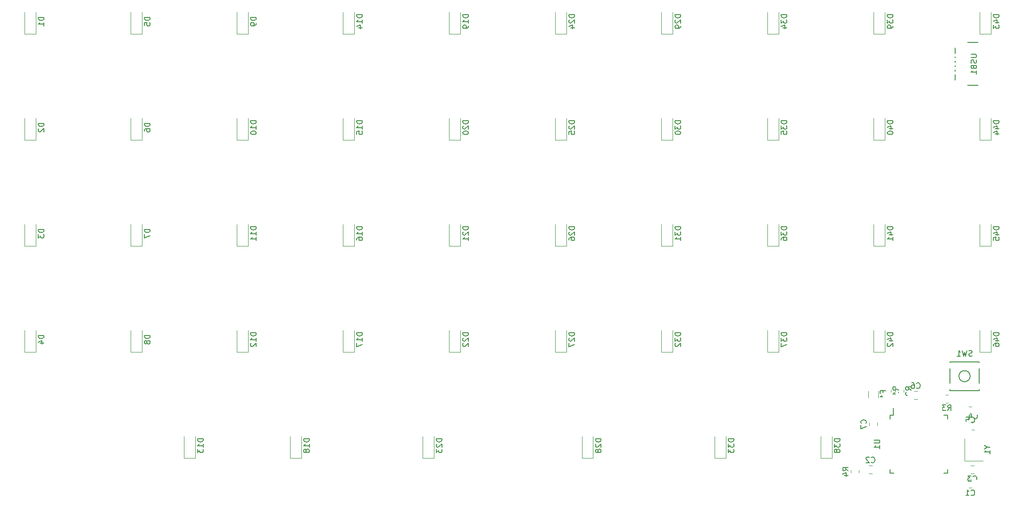
<source format=gbo>
%TF.GenerationSoftware,KiCad,Pcbnew,(5.1.12)-1*%
%TF.CreationDate,2021-12-31T00:15:38-05:00*%
%TF.ProjectId,my-keeb,6d792d6b-6565-4622-9e6b-696361645f70,rev?*%
%TF.SameCoordinates,Original*%
%TF.FileFunction,Legend,Bot*%
%TF.FilePolarity,Positive*%
%FSLAX46Y46*%
G04 Gerber Fmt 4.6, Leading zero omitted, Abs format (unit mm)*
G04 Created by KiCad (PCBNEW (5.1.12)-1) date 2021-12-31 00:15:38*
%MOMM*%
%LPD*%
G01*
G04 APERTURE LIST*
%ADD10C,0.120000*%
%ADD11C,0.150000*%
%ADD12R,1.200000X1.400000*%
%ADD13O,2.700000X1.700000*%
%ADD14R,2.250000X0.500000*%
%ADD15R,1.500000X0.550000*%
%ADD16R,0.550000X1.500000*%
%ADD17R,1.800000X1.100000*%
%ADD18C,1.750000*%
%ADD19C,2.250000*%
%ADD20C,3.987800*%
%ADD21R,1.200000X0.900000*%
G04 APERTURE END LIST*
D10*
%TO.C,Y1*%
X197867000Y-101187000D02*
X197867000Y-97187000D01*
X201167000Y-101187000D02*
X197867000Y-101187000D01*
D11*
%TO.C,USB1*%
X201604000Y-26028000D02*
X196154000Y-26028000D01*
X201604000Y-33728000D02*
X196154000Y-33728000D01*
X196154000Y-26028000D02*
X196154000Y-33728000D01*
%TO.C,U1*%
X185042750Y-93027750D02*
X185042750Y-91752750D01*
X184467750Y-103377750D02*
X184467750Y-102702750D01*
X194817750Y-103377750D02*
X194817750Y-102702750D01*
X194817750Y-93027750D02*
X194817750Y-93702750D01*
X184467750Y-93027750D02*
X184467750Y-93702750D01*
X194817750Y-93027750D02*
X194142750Y-93027750D01*
X194817750Y-103377750D02*
X194142750Y-103377750D01*
X184467750Y-103377750D02*
X185142750Y-103377750D01*
X184467750Y-93027750D02*
X185042750Y-93027750D01*
%TO.C,SW1*%
X195266000Y-88579000D02*
X200466000Y-88579000D01*
X200466000Y-88579000D02*
X200466000Y-83379000D01*
X200466000Y-83379000D02*
X195266000Y-83379000D01*
X195266000Y-83379000D02*
X195266000Y-88579000D01*
X198866000Y-85979000D02*
G75*
G03*
X198866000Y-85979000I-1000000J0D01*
G01*
D10*
%TO.C,R4*%
X178916000Y-102896936D02*
X178916000Y-103351064D01*
X177446000Y-102896936D02*
X177446000Y-103351064D01*
%TO.C,R3*%
X194463936Y-89308000D02*
X194918064Y-89308000D01*
X194463936Y-90778000D02*
X194918064Y-90778000D01*
%TO.C,R2*%
X185447000Y-88873064D02*
X185447000Y-88418936D01*
X186917000Y-88873064D02*
X186917000Y-88418936D01*
%TO.C,R1*%
X183161000Y-88873064D02*
X183161000Y-88418936D01*
X184631000Y-88873064D02*
X184631000Y-88418936D01*
%TO.C,F1*%
X180573000Y-89883064D02*
X180573000Y-88678936D01*
X182393000Y-89883064D02*
X182393000Y-88678936D01*
%TO.C,D46*%
X202612500Y-81625000D02*
X202612500Y-77725000D01*
X200612500Y-81625000D02*
X200612500Y-77725000D01*
X202612500Y-81625000D02*
X200612500Y-81625000D01*
%TO.C,D45*%
X202612500Y-62575000D02*
X202612500Y-58675000D01*
X200612500Y-62575000D02*
X200612500Y-58675000D01*
X202612500Y-62575000D02*
X200612500Y-62575000D01*
%TO.C,D44*%
X202612500Y-43525000D02*
X202612500Y-39625000D01*
X200612500Y-43525000D02*
X200612500Y-39625000D01*
X202612500Y-43525000D02*
X200612500Y-43525000D01*
%TO.C,D43*%
X202612500Y-24475000D02*
X202612500Y-20575000D01*
X200612500Y-24475000D02*
X200612500Y-20575000D01*
X202612500Y-24475000D02*
X200612500Y-24475000D01*
%TO.C,D42*%
X183562500Y-81625000D02*
X183562500Y-77725000D01*
X181562500Y-81625000D02*
X181562500Y-77725000D01*
X183562500Y-81625000D02*
X181562500Y-81625000D01*
%TO.C,D41*%
X183562500Y-62575000D02*
X183562500Y-58675000D01*
X181562500Y-62575000D02*
X181562500Y-58675000D01*
X183562500Y-62575000D02*
X181562500Y-62575000D01*
%TO.C,D40*%
X183562500Y-43525000D02*
X183562500Y-39625000D01*
X181562500Y-43525000D02*
X181562500Y-39625000D01*
X183562500Y-43525000D02*
X181562500Y-43525000D01*
%TO.C,D39*%
X183562500Y-24475000D02*
X183562500Y-20575000D01*
X181562500Y-24475000D02*
X181562500Y-20575000D01*
X183562500Y-24475000D02*
X181562500Y-24475000D01*
%TO.C,D38*%
X174037500Y-100675000D02*
X174037500Y-96775000D01*
X172037500Y-100675000D02*
X172037500Y-96775000D01*
X174037500Y-100675000D02*
X172037500Y-100675000D01*
%TO.C,D37*%
X164512500Y-81625000D02*
X164512500Y-77725000D01*
X162512500Y-81625000D02*
X162512500Y-77725000D01*
X164512500Y-81625000D02*
X162512500Y-81625000D01*
%TO.C,D36*%
X164512500Y-62575000D02*
X164512500Y-58675000D01*
X162512500Y-62575000D02*
X162512500Y-58675000D01*
X164512500Y-62575000D02*
X162512500Y-62575000D01*
%TO.C,D35*%
X164512500Y-43525000D02*
X164512500Y-39625000D01*
X162512500Y-43525000D02*
X162512500Y-39625000D01*
X164512500Y-43525000D02*
X162512500Y-43525000D01*
%TO.C,D34*%
X164512500Y-24475000D02*
X164512500Y-20575000D01*
X162512500Y-24475000D02*
X162512500Y-20575000D01*
X164512500Y-24475000D02*
X162512500Y-24475000D01*
%TO.C,D33*%
X154987500Y-100675000D02*
X154987500Y-96775000D01*
X152987500Y-100675000D02*
X152987500Y-96775000D01*
X154987500Y-100675000D02*
X152987500Y-100675000D01*
%TO.C,D32*%
X145462500Y-81625000D02*
X145462500Y-77725000D01*
X143462500Y-81625000D02*
X143462500Y-77725000D01*
X145462500Y-81625000D02*
X143462500Y-81625000D01*
%TO.C,D31*%
X145462500Y-62575000D02*
X145462500Y-58675000D01*
X143462500Y-62575000D02*
X143462500Y-58675000D01*
X145462500Y-62575000D02*
X143462500Y-62575000D01*
%TO.C,D30*%
X145462500Y-43525000D02*
X145462500Y-39625000D01*
X143462500Y-43525000D02*
X143462500Y-39625000D01*
X145462500Y-43525000D02*
X143462500Y-43525000D01*
%TO.C,D29*%
X145462500Y-24475000D02*
X145462500Y-20575000D01*
X143462500Y-24475000D02*
X143462500Y-20575000D01*
X145462500Y-24475000D02*
X143462500Y-24475000D01*
%TO.C,D28*%
X131175000Y-100675000D02*
X131175000Y-96775000D01*
X129175000Y-100675000D02*
X129175000Y-96775000D01*
X131175000Y-100675000D02*
X129175000Y-100675000D01*
%TO.C,D27*%
X126412500Y-81625000D02*
X126412500Y-77725000D01*
X124412500Y-81625000D02*
X124412500Y-77725000D01*
X126412500Y-81625000D02*
X124412500Y-81625000D01*
%TO.C,D26*%
X126412500Y-62575000D02*
X126412500Y-58675000D01*
X124412500Y-62575000D02*
X124412500Y-58675000D01*
X126412500Y-62575000D02*
X124412500Y-62575000D01*
%TO.C,D25*%
X126412500Y-43525000D02*
X126412500Y-39625000D01*
X124412500Y-43525000D02*
X124412500Y-39625000D01*
X126412500Y-43525000D02*
X124412500Y-43525000D01*
%TO.C,D24*%
X126412500Y-24475000D02*
X126412500Y-20575000D01*
X124412500Y-24475000D02*
X124412500Y-20575000D01*
X126412500Y-24475000D02*
X124412500Y-24475000D01*
%TO.C,D23*%
X102600000Y-100675000D02*
X102600000Y-96775000D01*
X100600000Y-100675000D02*
X100600000Y-96775000D01*
X102600000Y-100675000D02*
X100600000Y-100675000D01*
%TO.C,D22*%
X107362500Y-81625000D02*
X107362500Y-77725000D01*
X105362500Y-81625000D02*
X105362500Y-77725000D01*
X107362500Y-81625000D02*
X105362500Y-81625000D01*
%TO.C,D21*%
X107362500Y-62575000D02*
X107362500Y-58675000D01*
X105362500Y-62575000D02*
X105362500Y-58675000D01*
X107362500Y-62575000D02*
X105362500Y-62575000D01*
%TO.C,D20*%
X107362500Y-43525000D02*
X107362500Y-39625000D01*
X105362500Y-43525000D02*
X105362500Y-39625000D01*
X107362500Y-43525000D02*
X105362500Y-43525000D01*
%TO.C,D19*%
X107362500Y-24475000D02*
X107362500Y-20575000D01*
X105362500Y-24475000D02*
X105362500Y-20575000D01*
X107362500Y-24475000D02*
X105362500Y-24475000D01*
%TO.C,D18*%
X78787500Y-100675000D02*
X78787500Y-96775000D01*
X76787500Y-100675000D02*
X76787500Y-96775000D01*
X78787500Y-100675000D02*
X76787500Y-100675000D01*
%TO.C,D17*%
X88312500Y-81625000D02*
X88312500Y-77725000D01*
X86312500Y-81625000D02*
X86312500Y-77725000D01*
X88312500Y-81625000D02*
X86312500Y-81625000D01*
%TO.C,D16*%
X88312500Y-62575000D02*
X88312500Y-58675000D01*
X86312500Y-62575000D02*
X86312500Y-58675000D01*
X88312500Y-62575000D02*
X86312500Y-62575000D01*
%TO.C,D15*%
X88312500Y-43525000D02*
X88312500Y-39625000D01*
X86312500Y-43525000D02*
X86312500Y-39625000D01*
X88312500Y-43525000D02*
X86312500Y-43525000D01*
%TO.C,D14*%
X88312500Y-24475000D02*
X88312500Y-20575000D01*
X86312500Y-24475000D02*
X86312500Y-20575000D01*
X88312500Y-24475000D02*
X86312500Y-24475000D01*
%TO.C,D13*%
X59737500Y-100675000D02*
X59737500Y-96775000D01*
X57737500Y-100675000D02*
X57737500Y-96775000D01*
X59737500Y-100675000D02*
X57737500Y-100675000D01*
%TO.C,D12*%
X69262500Y-81625000D02*
X69262500Y-77725000D01*
X67262500Y-81625000D02*
X67262500Y-77725000D01*
X69262500Y-81625000D02*
X67262500Y-81625000D01*
%TO.C,D11*%
X69262500Y-62575000D02*
X69262500Y-58675000D01*
X67262500Y-62575000D02*
X67262500Y-58675000D01*
X69262500Y-62575000D02*
X67262500Y-62575000D01*
%TO.C,D10*%
X69262500Y-43525000D02*
X69262500Y-39625000D01*
X67262500Y-43525000D02*
X67262500Y-39625000D01*
X69262500Y-43525000D02*
X67262500Y-43525000D01*
%TO.C,D9*%
X69262500Y-24475000D02*
X69262500Y-20575000D01*
X67262500Y-24475000D02*
X67262500Y-20575000D01*
X69262500Y-24475000D02*
X67262500Y-24475000D01*
%TO.C,D8*%
X50212500Y-81625000D02*
X50212500Y-77725000D01*
X48212500Y-81625000D02*
X48212500Y-77725000D01*
X50212500Y-81625000D02*
X48212500Y-81625000D01*
%TO.C,D7*%
X50212500Y-62575000D02*
X50212500Y-58675000D01*
X48212500Y-62575000D02*
X48212500Y-58675000D01*
X50212500Y-62575000D02*
X48212500Y-62575000D01*
%TO.C,D6*%
X50212500Y-43525000D02*
X50212500Y-39625000D01*
X48212500Y-43525000D02*
X48212500Y-39625000D01*
X50212500Y-43525000D02*
X48212500Y-43525000D01*
%TO.C,D5*%
X50212500Y-24475000D02*
X50212500Y-20575000D01*
X48212500Y-24475000D02*
X48212500Y-20575000D01*
X50212500Y-24475000D02*
X48212500Y-24475000D01*
%TO.C,D4*%
X31162500Y-81625000D02*
X31162500Y-77725000D01*
X29162500Y-81625000D02*
X29162500Y-77725000D01*
X31162500Y-81625000D02*
X29162500Y-81625000D01*
%TO.C,D3*%
X31162500Y-62575000D02*
X31162500Y-58675000D01*
X29162500Y-62575000D02*
X29162500Y-58675000D01*
X31162500Y-62575000D02*
X29162500Y-62575000D01*
%TO.C,D2*%
X31162500Y-43525000D02*
X31162500Y-39625000D01*
X29162500Y-43525000D02*
X29162500Y-39625000D01*
X31162500Y-43525000D02*
X29162500Y-43525000D01*
%TO.C,D1*%
X31162500Y-24475000D02*
X31162500Y-20575000D01*
X29162500Y-24475000D02*
X29162500Y-20575000D01*
X31162500Y-24475000D02*
X29162500Y-24475000D01*
%TO.C,C7*%
X182218000Y-94353748D02*
X182218000Y-94876252D01*
X180748000Y-94353748D02*
X180748000Y-94876252D01*
%TO.C,C6*%
X189364252Y-90143000D02*
X188841748Y-90143000D01*
X189364252Y-88673000D02*
X188841748Y-88673000D01*
%TO.C,C5*%
X198620748Y-91467000D02*
X199143252Y-91467000D01*
X198620748Y-92937000D02*
X199143252Y-92937000D01*
%TO.C,C4*%
X199651252Y-95604000D02*
X199128748Y-95604000D01*
X199651252Y-94134000D02*
X199128748Y-94134000D01*
%TO.C,C3*%
X199001748Y-102008000D02*
X199524252Y-102008000D01*
X199001748Y-103478000D02*
X199524252Y-103478000D01*
%TO.C,C2*%
X181236252Y-103478000D02*
X180713748Y-103478000D01*
X181236252Y-102008000D02*
X180713748Y-102008000D01*
%TO.C,C1*%
X198620748Y-104548000D02*
X199143252Y-104548000D01*
X198620748Y-106018000D02*
X199143252Y-106018000D01*
%TO.C,Y1*%
D11*
X201943190Y-98710809D02*
X202419380Y-98710809D01*
X201419380Y-98377476D02*
X201943190Y-98710809D01*
X201419380Y-99044142D01*
X202419380Y-99901285D02*
X202419380Y-99329857D01*
X202419380Y-99615571D02*
X201419380Y-99615571D01*
X201562238Y-99520333D01*
X201657476Y-99425095D01*
X201705095Y-99329857D01*
%TO.C,USB1*%
X199024380Y-28139904D02*
X199833904Y-28139904D01*
X199929142Y-28187523D01*
X199976761Y-28235142D01*
X200024380Y-28330380D01*
X200024380Y-28520857D01*
X199976761Y-28616095D01*
X199929142Y-28663714D01*
X199833904Y-28711333D01*
X199024380Y-28711333D01*
X199976761Y-29139904D02*
X200024380Y-29282761D01*
X200024380Y-29520857D01*
X199976761Y-29616095D01*
X199929142Y-29663714D01*
X199833904Y-29711333D01*
X199738666Y-29711333D01*
X199643428Y-29663714D01*
X199595809Y-29616095D01*
X199548190Y-29520857D01*
X199500571Y-29330380D01*
X199452952Y-29235142D01*
X199405333Y-29187523D01*
X199310095Y-29139904D01*
X199214857Y-29139904D01*
X199119619Y-29187523D01*
X199072000Y-29235142D01*
X199024380Y-29330380D01*
X199024380Y-29568476D01*
X199072000Y-29711333D01*
X199500571Y-30473238D02*
X199548190Y-30616095D01*
X199595809Y-30663714D01*
X199691047Y-30711333D01*
X199833904Y-30711333D01*
X199929142Y-30663714D01*
X199976761Y-30616095D01*
X200024380Y-30520857D01*
X200024380Y-30139904D01*
X199024380Y-30139904D01*
X199024380Y-30473238D01*
X199072000Y-30568476D01*
X199119619Y-30616095D01*
X199214857Y-30663714D01*
X199310095Y-30663714D01*
X199405333Y-30616095D01*
X199452952Y-30568476D01*
X199500571Y-30473238D01*
X199500571Y-30139904D01*
X200024380Y-31663714D02*
X200024380Y-31092285D01*
X200024380Y-31378000D02*
X199024380Y-31378000D01*
X199167238Y-31282761D01*
X199262476Y-31187523D01*
X199310095Y-31092285D01*
%TO.C,U1*%
X181645130Y-97440845D02*
X182454654Y-97440845D01*
X182549892Y-97488464D01*
X182597511Y-97536083D01*
X182645130Y-97631321D01*
X182645130Y-97821797D01*
X182597511Y-97917035D01*
X182549892Y-97964654D01*
X182454654Y-98012273D01*
X181645130Y-98012273D01*
X182645130Y-99012273D02*
X182645130Y-98440845D01*
X182645130Y-98726559D02*
X181645130Y-98726559D01*
X181787988Y-98631321D01*
X181883226Y-98536083D01*
X181930845Y-98440845D01*
%TO.C,SW1*%
X199199333Y-82319761D02*
X199056476Y-82367380D01*
X198818380Y-82367380D01*
X198723142Y-82319761D01*
X198675523Y-82272142D01*
X198627904Y-82176904D01*
X198627904Y-82081666D01*
X198675523Y-81986428D01*
X198723142Y-81938809D01*
X198818380Y-81891190D01*
X199008857Y-81843571D01*
X199104095Y-81795952D01*
X199151714Y-81748333D01*
X199199333Y-81653095D01*
X199199333Y-81557857D01*
X199151714Y-81462619D01*
X199104095Y-81415000D01*
X199008857Y-81367380D01*
X198770761Y-81367380D01*
X198627904Y-81415000D01*
X198294571Y-81367380D02*
X198056476Y-82367380D01*
X197866000Y-81653095D01*
X197675523Y-82367380D01*
X197437428Y-81367380D01*
X196532666Y-82367380D02*
X197104095Y-82367380D01*
X196818380Y-82367380D02*
X196818380Y-81367380D01*
X196913619Y-81510238D01*
X197008857Y-81605476D01*
X197104095Y-81653095D01*
%TO.C,R4*%
X176983380Y-102957333D02*
X176507190Y-102624000D01*
X176983380Y-102385904D02*
X175983380Y-102385904D01*
X175983380Y-102766857D01*
X176031000Y-102862095D01*
X176078619Y-102909714D01*
X176173857Y-102957333D01*
X176316714Y-102957333D01*
X176411952Y-102909714D01*
X176459571Y-102862095D01*
X176507190Y-102766857D01*
X176507190Y-102385904D01*
X176316714Y-103814476D02*
X176983380Y-103814476D01*
X175935761Y-103576380D02*
X176650047Y-103338285D01*
X176650047Y-103957333D01*
%TO.C,R3*%
X194857666Y-92145380D02*
X195191000Y-91669190D01*
X195429095Y-92145380D02*
X195429095Y-91145380D01*
X195048142Y-91145380D01*
X194952904Y-91193000D01*
X194905285Y-91240619D01*
X194857666Y-91335857D01*
X194857666Y-91478714D01*
X194905285Y-91573952D01*
X194952904Y-91621571D01*
X195048142Y-91669190D01*
X195429095Y-91669190D01*
X194524333Y-91145380D02*
X193905285Y-91145380D01*
X194238619Y-91526333D01*
X194095761Y-91526333D01*
X194000523Y-91573952D01*
X193952904Y-91621571D01*
X193905285Y-91716809D01*
X193905285Y-91954904D01*
X193952904Y-92050142D01*
X194000523Y-92097761D01*
X194095761Y-92145380D01*
X194381476Y-92145380D01*
X194476714Y-92097761D01*
X194524333Y-92050142D01*
%TO.C,R2*%
X188284380Y-88479333D02*
X187808190Y-88146000D01*
X188284380Y-87907904D02*
X187284380Y-87907904D01*
X187284380Y-88288857D01*
X187332000Y-88384095D01*
X187379619Y-88431714D01*
X187474857Y-88479333D01*
X187617714Y-88479333D01*
X187712952Y-88431714D01*
X187760571Y-88384095D01*
X187808190Y-88288857D01*
X187808190Y-87907904D01*
X187379619Y-88860285D02*
X187332000Y-88907904D01*
X187284380Y-89003142D01*
X187284380Y-89241238D01*
X187332000Y-89336476D01*
X187379619Y-89384095D01*
X187474857Y-89431714D01*
X187570095Y-89431714D01*
X187712952Y-89384095D01*
X188284380Y-88812666D01*
X188284380Y-89431714D01*
%TO.C,R1*%
X185998380Y-88479333D02*
X185522190Y-88146000D01*
X185998380Y-87907904D02*
X184998380Y-87907904D01*
X184998380Y-88288857D01*
X185046000Y-88384095D01*
X185093619Y-88431714D01*
X185188857Y-88479333D01*
X185331714Y-88479333D01*
X185426952Y-88431714D01*
X185474571Y-88384095D01*
X185522190Y-88288857D01*
X185522190Y-87907904D01*
X185998380Y-89431714D02*
X185998380Y-88860285D01*
X185998380Y-89146000D02*
X184998380Y-89146000D01*
X185141238Y-89050761D01*
X185236476Y-88955523D01*
X185284095Y-88860285D01*
%TO.C,F1*%
X183231571Y-88947666D02*
X183231571Y-88614333D01*
X183755380Y-88614333D02*
X182755380Y-88614333D01*
X182755380Y-89090523D01*
X183755380Y-89995285D02*
X183755380Y-89423857D01*
X183755380Y-89709571D02*
X182755380Y-89709571D01*
X182898238Y-89614333D01*
X182993476Y-89519095D01*
X183041095Y-89423857D01*
%TO.C,D46*%
X204064880Y-78160714D02*
X203064880Y-78160714D01*
X203064880Y-78398809D01*
X203112500Y-78541666D01*
X203207738Y-78636904D01*
X203302976Y-78684523D01*
X203493452Y-78732142D01*
X203636309Y-78732142D01*
X203826785Y-78684523D01*
X203922023Y-78636904D01*
X204017261Y-78541666D01*
X204064880Y-78398809D01*
X204064880Y-78160714D01*
X203398214Y-79589285D02*
X204064880Y-79589285D01*
X203017261Y-79351190D02*
X203731547Y-79113095D01*
X203731547Y-79732142D01*
X203064880Y-80541666D02*
X203064880Y-80351190D01*
X203112500Y-80255952D01*
X203160119Y-80208333D01*
X203302976Y-80113095D01*
X203493452Y-80065476D01*
X203874404Y-80065476D01*
X203969642Y-80113095D01*
X204017261Y-80160714D01*
X204064880Y-80255952D01*
X204064880Y-80446428D01*
X204017261Y-80541666D01*
X203969642Y-80589285D01*
X203874404Y-80636904D01*
X203636309Y-80636904D01*
X203541071Y-80589285D01*
X203493452Y-80541666D01*
X203445833Y-80446428D01*
X203445833Y-80255952D01*
X203493452Y-80160714D01*
X203541071Y-80113095D01*
X203636309Y-80065476D01*
%TO.C,D45*%
X204064880Y-59110714D02*
X203064880Y-59110714D01*
X203064880Y-59348809D01*
X203112500Y-59491666D01*
X203207738Y-59586904D01*
X203302976Y-59634523D01*
X203493452Y-59682142D01*
X203636309Y-59682142D01*
X203826785Y-59634523D01*
X203922023Y-59586904D01*
X204017261Y-59491666D01*
X204064880Y-59348809D01*
X204064880Y-59110714D01*
X203398214Y-60539285D02*
X204064880Y-60539285D01*
X203017261Y-60301190D02*
X203731547Y-60063095D01*
X203731547Y-60682142D01*
X203064880Y-61539285D02*
X203064880Y-61063095D01*
X203541071Y-61015476D01*
X203493452Y-61063095D01*
X203445833Y-61158333D01*
X203445833Y-61396428D01*
X203493452Y-61491666D01*
X203541071Y-61539285D01*
X203636309Y-61586904D01*
X203874404Y-61586904D01*
X203969642Y-61539285D01*
X204017261Y-61491666D01*
X204064880Y-61396428D01*
X204064880Y-61158333D01*
X204017261Y-61063095D01*
X203969642Y-61015476D01*
%TO.C,D44*%
X204064880Y-40060714D02*
X203064880Y-40060714D01*
X203064880Y-40298809D01*
X203112500Y-40441666D01*
X203207738Y-40536904D01*
X203302976Y-40584523D01*
X203493452Y-40632142D01*
X203636309Y-40632142D01*
X203826785Y-40584523D01*
X203922023Y-40536904D01*
X204017261Y-40441666D01*
X204064880Y-40298809D01*
X204064880Y-40060714D01*
X203398214Y-41489285D02*
X204064880Y-41489285D01*
X203017261Y-41251190D02*
X203731547Y-41013095D01*
X203731547Y-41632142D01*
X203398214Y-42441666D02*
X204064880Y-42441666D01*
X203017261Y-42203571D02*
X203731547Y-41965476D01*
X203731547Y-42584523D01*
%TO.C,D43*%
X204064880Y-21010714D02*
X203064880Y-21010714D01*
X203064880Y-21248809D01*
X203112500Y-21391666D01*
X203207738Y-21486904D01*
X203302976Y-21534523D01*
X203493452Y-21582142D01*
X203636309Y-21582142D01*
X203826785Y-21534523D01*
X203922023Y-21486904D01*
X204017261Y-21391666D01*
X204064880Y-21248809D01*
X204064880Y-21010714D01*
X203398214Y-22439285D02*
X204064880Y-22439285D01*
X203017261Y-22201190D02*
X203731547Y-21963095D01*
X203731547Y-22582142D01*
X203064880Y-22867857D02*
X203064880Y-23486904D01*
X203445833Y-23153571D01*
X203445833Y-23296428D01*
X203493452Y-23391666D01*
X203541071Y-23439285D01*
X203636309Y-23486904D01*
X203874404Y-23486904D01*
X203969642Y-23439285D01*
X204017261Y-23391666D01*
X204064880Y-23296428D01*
X204064880Y-23010714D01*
X204017261Y-22915476D01*
X203969642Y-22867857D01*
%TO.C,D42*%
X185014880Y-78160714D02*
X184014880Y-78160714D01*
X184014880Y-78398809D01*
X184062500Y-78541666D01*
X184157738Y-78636904D01*
X184252976Y-78684523D01*
X184443452Y-78732142D01*
X184586309Y-78732142D01*
X184776785Y-78684523D01*
X184872023Y-78636904D01*
X184967261Y-78541666D01*
X185014880Y-78398809D01*
X185014880Y-78160714D01*
X184348214Y-79589285D02*
X185014880Y-79589285D01*
X183967261Y-79351190D02*
X184681547Y-79113095D01*
X184681547Y-79732142D01*
X184110119Y-80065476D02*
X184062500Y-80113095D01*
X184014880Y-80208333D01*
X184014880Y-80446428D01*
X184062500Y-80541666D01*
X184110119Y-80589285D01*
X184205357Y-80636904D01*
X184300595Y-80636904D01*
X184443452Y-80589285D01*
X185014880Y-80017857D01*
X185014880Y-80636904D01*
%TO.C,D41*%
X185014880Y-59110714D02*
X184014880Y-59110714D01*
X184014880Y-59348809D01*
X184062500Y-59491666D01*
X184157738Y-59586904D01*
X184252976Y-59634523D01*
X184443452Y-59682142D01*
X184586309Y-59682142D01*
X184776785Y-59634523D01*
X184872023Y-59586904D01*
X184967261Y-59491666D01*
X185014880Y-59348809D01*
X185014880Y-59110714D01*
X184348214Y-60539285D02*
X185014880Y-60539285D01*
X183967261Y-60301190D02*
X184681547Y-60063095D01*
X184681547Y-60682142D01*
X185014880Y-61586904D02*
X185014880Y-61015476D01*
X185014880Y-61301190D02*
X184014880Y-61301190D01*
X184157738Y-61205952D01*
X184252976Y-61110714D01*
X184300595Y-61015476D01*
%TO.C,D40*%
X185014880Y-40060714D02*
X184014880Y-40060714D01*
X184014880Y-40298809D01*
X184062500Y-40441666D01*
X184157738Y-40536904D01*
X184252976Y-40584523D01*
X184443452Y-40632142D01*
X184586309Y-40632142D01*
X184776785Y-40584523D01*
X184872023Y-40536904D01*
X184967261Y-40441666D01*
X185014880Y-40298809D01*
X185014880Y-40060714D01*
X184348214Y-41489285D02*
X185014880Y-41489285D01*
X183967261Y-41251190D02*
X184681547Y-41013095D01*
X184681547Y-41632142D01*
X184014880Y-42203571D02*
X184014880Y-42298809D01*
X184062500Y-42394047D01*
X184110119Y-42441666D01*
X184205357Y-42489285D01*
X184395833Y-42536904D01*
X184633928Y-42536904D01*
X184824404Y-42489285D01*
X184919642Y-42441666D01*
X184967261Y-42394047D01*
X185014880Y-42298809D01*
X185014880Y-42203571D01*
X184967261Y-42108333D01*
X184919642Y-42060714D01*
X184824404Y-42013095D01*
X184633928Y-41965476D01*
X184395833Y-41965476D01*
X184205357Y-42013095D01*
X184110119Y-42060714D01*
X184062500Y-42108333D01*
X184014880Y-42203571D01*
%TO.C,D39*%
X185014880Y-21010714D02*
X184014880Y-21010714D01*
X184014880Y-21248809D01*
X184062500Y-21391666D01*
X184157738Y-21486904D01*
X184252976Y-21534523D01*
X184443452Y-21582142D01*
X184586309Y-21582142D01*
X184776785Y-21534523D01*
X184872023Y-21486904D01*
X184967261Y-21391666D01*
X185014880Y-21248809D01*
X185014880Y-21010714D01*
X184014880Y-21915476D02*
X184014880Y-22534523D01*
X184395833Y-22201190D01*
X184395833Y-22344047D01*
X184443452Y-22439285D01*
X184491071Y-22486904D01*
X184586309Y-22534523D01*
X184824404Y-22534523D01*
X184919642Y-22486904D01*
X184967261Y-22439285D01*
X185014880Y-22344047D01*
X185014880Y-22058333D01*
X184967261Y-21963095D01*
X184919642Y-21915476D01*
X185014880Y-23010714D02*
X185014880Y-23201190D01*
X184967261Y-23296428D01*
X184919642Y-23344047D01*
X184776785Y-23439285D01*
X184586309Y-23486904D01*
X184205357Y-23486904D01*
X184110119Y-23439285D01*
X184062500Y-23391666D01*
X184014880Y-23296428D01*
X184014880Y-23105952D01*
X184062500Y-23010714D01*
X184110119Y-22963095D01*
X184205357Y-22915476D01*
X184443452Y-22915476D01*
X184538690Y-22963095D01*
X184586309Y-23010714D01*
X184633928Y-23105952D01*
X184633928Y-23296428D01*
X184586309Y-23391666D01*
X184538690Y-23439285D01*
X184443452Y-23486904D01*
%TO.C,D38*%
X175489880Y-97210714D02*
X174489880Y-97210714D01*
X174489880Y-97448809D01*
X174537500Y-97591666D01*
X174632738Y-97686904D01*
X174727976Y-97734523D01*
X174918452Y-97782142D01*
X175061309Y-97782142D01*
X175251785Y-97734523D01*
X175347023Y-97686904D01*
X175442261Y-97591666D01*
X175489880Y-97448809D01*
X175489880Y-97210714D01*
X174489880Y-98115476D02*
X174489880Y-98734523D01*
X174870833Y-98401190D01*
X174870833Y-98544047D01*
X174918452Y-98639285D01*
X174966071Y-98686904D01*
X175061309Y-98734523D01*
X175299404Y-98734523D01*
X175394642Y-98686904D01*
X175442261Y-98639285D01*
X175489880Y-98544047D01*
X175489880Y-98258333D01*
X175442261Y-98163095D01*
X175394642Y-98115476D01*
X174918452Y-99305952D02*
X174870833Y-99210714D01*
X174823214Y-99163095D01*
X174727976Y-99115476D01*
X174680357Y-99115476D01*
X174585119Y-99163095D01*
X174537500Y-99210714D01*
X174489880Y-99305952D01*
X174489880Y-99496428D01*
X174537500Y-99591666D01*
X174585119Y-99639285D01*
X174680357Y-99686904D01*
X174727976Y-99686904D01*
X174823214Y-99639285D01*
X174870833Y-99591666D01*
X174918452Y-99496428D01*
X174918452Y-99305952D01*
X174966071Y-99210714D01*
X175013690Y-99163095D01*
X175108928Y-99115476D01*
X175299404Y-99115476D01*
X175394642Y-99163095D01*
X175442261Y-99210714D01*
X175489880Y-99305952D01*
X175489880Y-99496428D01*
X175442261Y-99591666D01*
X175394642Y-99639285D01*
X175299404Y-99686904D01*
X175108928Y-99686904D01*
X175013690Y-99639285D01*
X174966071Y-99591666D01*
X174918452Y-99496428D01*
%TO.C,D37*%
X165964880Y-78160714D02*
X164964880Y-78160714D01*
X164964880Y-78398809D01*
X165012500Y-78541666D01*
X165107738Y-78636904D01*
X165202976Y-78684523D01*
X165393452Y-78732142D01*
X165536309Y-78732142D01*
X165726785Y-78684523D01*
X165822023Y-78636904D01*
X165917261Y-78541666D01*
X165964880Y-78398809D01*
X165964880Y-78160714D01*
X164964880Y-79065476D02*
X164964880Y-79684523D01*
X165345833Y-79351190D01*
X165345833Y-79494047D01*
X165393452Y-79589285D01*
X165441071Y-79636904D01*
X165536309Y-79684523D01*
X165774404Y-79684523D01*
X165869642Y-79636904D01*
X165917261Y-79589285D01*
X165964880Y-79494047D01*
X165964880Y-79208333D01*
X165917261Y-79113095D01*
X165869642Y-79065476D01*
X164964880Y-80017857D02*
X164964880Y-80684523D01*
X165964880Y-80255952D01*
%TO.C,D36*%
X165964880Y-59110714D02*
X164964880Y-59110714D01*
X164964880Y-59348809D01*
X165012500Y-59491666D01*
X165107738Y-59586904D01*
X165202976Y-59634523D01*
X165393452Y-59682142D01*
X165536309Y-59682142D01*
X165726785Y-59634523D01*
X165822023Y-59586904D01*
X165917261Y-59491666D01*
X165964880Y-59348809D01*
X165964880Y-59110714D01*
X164964880Y-60015476D02*
X164964880Y-60634523D01*
X165345833Y-60301190D01*
X165345833Y-60444047D01*
X165393452Y-60539285D01*
X165441071Y-60586904D01*
X165536309Y-60634523D01*
X165774404Y-60634523D01*
X165869642Y-60586904D01*
X165917261Y-60539285D01*
X165964880Y-60444047D01*
X165964880Y-60158333D01*
X165917261Y-60063095D01*
X165869642Y-60015476D01*
X164964880Y-61491666D02*
X164964880Y-61301190D01*
X165012500Y-61205952D01*
X165060119Y-61158333D01*
X165202976Y-61063095D01*
X165393452Y-61015476D01*
X165774404Y-61015476D01*
X165869642Y-61063095D01*
X165917261Y-61110714D01*
X165964880Y-61205952D01*
X165964880Y-61396428D01*
X165917261Y-61491666D01*
X165869642Y-61539285D01*
X165774404Y-61586904D01*
X165536309Y-61586904D01*
X165441071Y-61539285D01*
X165393452Y-61491666D01*
X165345833Y-61396428D01*
X165345833Y-61205952D01*
X165393452Y-61110714D01*
X165441071Y-61063095D01*
X165536309Y-61015476D01*
%TO.C,D35*%
X165964880Y-40060714D02*
X164964880Y-40060714D01*
X164964880Y-40298809D01*
X165012500Y-40441666D01*
X165107738Y-40536904D01*
X165202976Y-40584523D01*
X165393452Y-40632142D01*
X165536309Y-40632142D01*
X165726785Y-40584523D01*
X165822023Y-40536904D01*
X165917261Y-40441666D01*
X165964880Y-40298809D01*
X165964880Y-40060714D01*
X164964880Y-40965476D02*
X164964880Y-41584523D01*
X165345833Y-41251190D01*
X165345833Y-41394047D01*
X165393452Y-41489285D01*
X165441071Y-41536904D01*
X165536309Y-41584523D01*
X165774404Y-41584523D01*
X165869642Y-41536904D01*
X165917261Y-41489285D01*
X165964880Y-41394047D01*
X165964880Y-41108333D01*
X165917261Y-41013095D01*
X165869642Y-40965476D01*
X164964880Y-42489285D02*
X164964880Y-42013095D01*
X165441071Y-41965476D01*
X165393452Y-42013095D01*
X165345833Y-42108333D01*
X165345833Y-42346428D01*
X165393452Y-42441666D01*
X165441071Y-42489285D01*
X165536309Y-42536904D01*
X165774404Y-42536904D01*
X165869642Y-42489285D01*
X165917261Y-42441666D01*
X165964880Y-42346428D01*
X165964880Y-42108333D01*
X165917261Y-42013095D01*
X165869642Y-41965476D01*
%TO.C,D34*%
X165964880Y-21010714D02*
X164964880Y-21010714D01*
X164964880Y-21248809D01*
X165012500Y-21391666D01*
X165107738Y-21486904D01*
X165202976Y-21534523D01*
X165393452Y-21582142D01*
X165536309Y-21582142D01*
X165726785Y-21534523D01*
X165822023Y-21486904D01*
X165917261Y-21391666D01*
X165964880Y-21248809D01*
X165964880Y-21010714D01*
X164964880Y-21915476D02*
X164964880Y-22534523D01*
X165345833Y-22201190D01*
X165345833Y-22344047D01*
X165393452Y-22439285D01*
X165441071Y-22486904D01*
X165536309Y-22534523D01*
X165774404Y-22534523D01*
X165869642Y-22486904D01*
X165917261Y-22439285D01*
X165964880Y-22344047D01*
X165964880Y-22058333D01*
X165917261Y-21963095D01*
X165869642Y-21915476D01*
X165298214Y-23391666D02*
X165964880Y-23391666D01*
X164917261Y-23153571D02*
X165631547Y-22915476D01*
X165631547Y-23534523D01*
%TO.C,D33*%
X156439880Y-97210714D02*
X155439880Y-97210714D01*
X155439880Y-97448809D01*
X155487500Y-97591666D01*
X155582738Y-97686904D01*
X155677976Y-97734523D01*
X155868452Y-97782142D01*
X156011309Y-97782142D01*
X156201785Y-97734523D01*
X156297023Y-97686904D01*
X156392261Y-97591666D01*
X156439880Y-97448809D01*
X156439880Y-97210714D01*
X155439880Y-98115476D02*
X155439880Y-98734523D01*
X155820833Y-98401190D01*
X155820833Y-98544047D01*
X155868452Y-98639285D01*
X155916071Y-98686904D01*
X156011309Y-98734523D01*
X156249404Y-98734523D01*
X156344642Y-98686904D01*
X156392261Y-98639285D01*
X156439880Y-98544047D01*
X156439880Y-98258333D01*
X156392261Y-98163095D01*
X156344642Y-98115476D01*
X155439880Y-99067857D02*
X155439880Y-99686904D01*
X155820833Y-99353571D01*
X155820833Y-99496428D01*
X155868452Y-99591666D01*
X155916071Y-99639285D01*
X156011309Y-99686904D01*
X156249404Y-99686904D01*
X156344642Y-99639285D01*
X156392261Y-99591666D01*
X156439880Y-99496428D01*
X156439880Y-99210714D01*
X156392261Y-99115476D01*
X156344642Y-99067857D01*
%TO.C,D32*%
X146914880Y-78160714D02*
X145914880Y-78160714D01*
X145914880Y-78398809D01*
X145962500Y-78541666D01*
X146057738Y-78636904D01*
X146152976Y-78684523D01*
X146343452Y-78732142D01*
X146486309Y-78732142D01*
X146676785Y-78684523D01*
X146772023Y-78636904D01*
X146867261Y-78541666D01*
X146914880Y-78398809D01*
X146914880Y-78160714D01*
X145914880Y-79065476D02*
X145914880Y-79684523D01*
X146295833Y-79351190D01*
X146295833Y-79494047D01*
X146343452Y-79589285D01*
X146391071Y-79636904D01*
X146486309Y-79684523D01*
X146724404Y-79684523D01*
X146819642Y-79636904D01*
X146867261Y-79589285D01*
X146914880Y-79494047D01*
X146914880Y-79208333D01*
X146867261Y-79113095D01*
X146819642Y-79065476D01*
X146010119Y-80065476D02*
X145962500Y-80113095D01*
X145914880Y-80208333D01*
X145914880Y-80446428D01*
X145962500Y-80541666D01*
X146010119Y-80589285D01*
X146105357Y-80636904D01*
X146200595Y-80636904D01*
X146343452Y-80589285D01*
X146914880Y-80017857D01*
X146914880Y-80636904D01*
%TO.C,D31*%
X146914880Y-59110714D02*
X145914880Y-59110714D01*
X145914880Y-59348809D01*
X145962500Y-59491666D01*
X146057738Y-59586904D01*
X146152976Y-59634523D01*
X146343452Y-59682142D01*
X146486309Y-59682142D01*
X146676785Y-59634523D01*
X146772023Y-59586904D01*
X146867261Y-59491666D01*
X146914880Y-59348809D01*
X146914880Y-59110714D01*
X145914880Y-60015476D02*
X145914880Y-60634523D01*
X146295833Y-60301190D01*
X146295833Y-60444047D01*
X146343452Y-60539285D01*
X146391071Y-60586904D01*
X146486309Y-60634523D01*
X146724404Y-60634523D01*
X146819642Y-60586904D01*
X146867261Y-60539285D01*
X146914880Y-60444047D01*
X146914880Y-60158333D01*
X146867261Y-60063095D01*
X146819642Y-60015476D01*
X146914880Y-61586904D02*
X146914880Y-61015476D01*
X146914880Y-61301190D02*
X145914880Y-61301190D01*
X146057738Y-61205952D01*
X146152976Y-61110714D01*
X146200595Y-61015476D01*
%TO.C,D30*%
X146914880Y-40060714D02*
X145914880Y-40060714D01*
X145914880Y-40298809D01*
X145962500Y-40441666D01*
X146057738Y-40536904D01*
X146152976Y-40584523D01*
X146343452Y-40632142D01*
X146486309Y-40632142D01*
X146676785Y-40584523D01*
X146772023Y-40536904D01*
X146867261Y-40441666D01*
X146914880Y-40298809D01*
X146914880Y-40060714D01*
X145914880Y-40965476D02*
X145914880Y-41584523D01*
X146295833Y-41251190D01*
X146295833Y-41394047D01*
X146343452Y-41489285D01*
X146391071Y-41536904D01*
X146486309Y-41584523D01*
X146724404Y-41584523D01*
X146819642Y-41536904D01*
X146867261Y-41489285D01*
X146914880Y-41394047D01*
X146914880Y-41108333D01*
X146867261Y-41013095D01*
X146819642Y-40965476D01*
X145914880Y-42203571D02*
X145914880Y-42298809D01*
X145962500Y-42394047D01*
X146010119Y-42441666D01*
X146105357Y-42489285D01*
X146295833Y-42536904D01*
X146533928Y-42536904D01*
X146724404Y-42489285D01*
X146819642Y-42441666D01*
X146867261Y-42394047D01*
X146914880Y-42298809D01*
X146914880Y-42203571D01*
X146867261Y-42108333D01*
X146819642Y-42060714D01*
X146724404Y-42013095D01*
X146533928Y-41965476D01*
X146295833Y-41965476D01*
X146105357Y-42013095D01*
X146010119Y-42060714D01*
X145962500Y-42108333D01*
X145914880Y-42203571D01*
%TO.C,D29*%
X146914880Y-21010714D02*
X145914880Y-21010714D01*
X145914880Y-21248809D01*
X145962500Y-21391666D01*
X146057738Y-21486904D01*
X146152976Y-21534523D01*
X146343452Y-21582142D01*
X146486309Y-21582142D01*
X146676785Y-21534523D01*
X146772023Y-21486904D01*
X146867261Y-21391666D01*
X146914880Y-21248809D01*
X146914880Y-21010714D01*
X146010119Y-21963095D02*
X145962500Y-22010714D01*
X145914880Y-22105952D01*
X145914880Y-22344047D01*
X145962500Y-22439285D01*
X146010119Y-22486904D01*
X146105357Y-22534523D01*
X146200595Y-22534523D01*
X146343452Y-22486904D01*
X146914880Y-21915476D01*
X146914880Y-22534523D01*
X146914880Y-23010714D02*
X146914880Y-23201190D01*
X146867261Y-23296428D01*
X146819642Y-23344047D01*
X146676785Y-23439285D01*
X146486309Y-23486904D01*
X146105357Y-23486904D01*
X146010119Y-23439285D01*
X145962500Y-23391666D01*
X145914880Y-23296428D01*
X145914880Y-23105952D01*
X145962500Y-23010714D01*
X146010119Y-22963095D01*
X146105357Y-22915476D01*
X146343452Y-22915476D01*
X146438690Y-22963095D01*
X146486309Y-23010714D01*
X146533928Y-23105952D01*
X146533928Y-23296428D01*
X146486309Y-23391666D01*
X146438690Y-23439285D01*
X146343452Y-23486904D01*
%TO.C,D28*%
X132627380Y-97210714D02*
X131627380Y-97210714D01*
X131627380Y-97448809D01*
X131675000Y-97591666D01*
X131770238Y-97686904D01*
X131865476Y-97734523D01*
X132055952Y-97782142D01*
X132198809Y-97782142D01*
X132389285Y-97734523D01*
X132484523Y-97686904D01*
X132579761Y-97591666D01*
X132627380Y-97448809D01*
X132627380Y-97210714D01*
X131722619Y-98163095D02*
X131675000Y-98210714D01*
X131627380Y-98305952D01*
X131627380Y-98544047D01*
X131675000Y-98639285D01*
X131722619Y-98686904D01*
X131817857Y-98734523D01*
X131913095Y-98734523D01*
X132055952Y-98686904D01*
X132627380Y-98115476D01*
X132627380Y-98734523D01*
X132055952Y-99305952D02*
X132008333Y-99210714D01*
X131960714Y-99163095D01*
X131865476Y-99115476D01*
X131817857Y-99115476D01*
X131722619Y-99163095D01*
X131675000Y-99210714D01*
X131627380Y-99305952D01*
X131627380Y-99496428D01*
X131675000Y-99591666D01*
X131722619Y-99639285D01*
X131817857Y-99686904D01*
X131865476Y-99686904D01*
X131960714Y-99639285D01*
X132008333Y-99591666D01*
X132055952Y-99496428D01*
X132055952Y-99305952D01*
X132103571Y-99210714D01*
X132151190Y-99163095D01*
X132246428Y-99115476D01*
X132436904Y-99115476D01*
X132532142Y-99163095D01*
X132579761Y-99210714D01*
X132627380Y-99305952D01*
X132627380Y-99496428D01*
X132579761Y-99591666D01*
X132532142Y-99639285D01*
X132436904Y-99686904D01*
X132246428Y-99686904D01*
X132151190Y-99639285D01*
X132103571Y-99591666D01*
X132055952Y-99496428D01*
%TO.C,D27*%
X127864880Y-78160714D02*
X126864880Y-78160714D01*
X126864880Y-78398809D01*
X126912500Y-78541666D01*
X127007738Y-78636904D01*
X127102976Y-78684523D01*
X127293452Y-78732142D01*
X127436309Y-78732142D01*
X127626785Y-78684523D01*
X127722023Y-78636904D01*
X127817261Y-78541666D01*
X127864880Y-78398809D01*
X127864880Y-78160714D01*
X126960119Y-79113095D02*
X126912500Y-79160714D01*
X126864880Y-79255952D01*
X126864880Y-79494047D01*
X126912500Y-79589285D01*
X126960119Y-79636904D01*
X127055357Y-79684523D01*
X127150595Y-79684523D01*
X127293452Y-79636904D01*
X127864880Y-79065476D01*
X127864880Y-79684523D01*
X126864880Y-80017857D02*
X126864880Y-80684523D01*
X127864880Y-80255952D01*
%TO.C,D26*%
X127864880Y-59110714D02*
X126864880Y-59110714D01*
X126864880Y-59348809D01*
X126912500Y-59491666D01*
X127007738Y-59586904D01*
X127102976Y-59634523D01*
X127293452Y-59682142D01*
X127436309Y-59682142D01*
X127626785Y-59634523D01*
X127722023Y-59586904D01*
X127817261Y-59491666D01*
X127864880Y-59348809D01*
X127864880Y-59110714D01*
X126960119Y-60063095D02*
X126912500Y-60110714D01*
X126864880Y-60205952D01*
X126864880Y-60444047D01*
X126912500Y-60539285D01*
X126960119Y-60586904D01*
X127055357Y-60634523D01*
X127150595Y-60634523D01*
X127293452Y-60586904D01*
X127864880Y-60015476D01*
X127864880Y-60634523D01*
X126864880Y-61491666D02*
X126864880Y-61301190D01*
X126912500Y-61205952D01*
X126960119Y-61158333D01*
X127102976Y-61063095D01*
X127293452Y-61015476D01*
X127674404Y-61015476D01*
X127769642Y-61063095D01*
X127817261Y-61110714D01*
X127864880Y-61205952D01*
X127864880Y-61396428D01*
X127817261Y-61491666D01*
X127769642Y-61539285D01*
X127674404Y-61586904D01*
X127436309Y-61586904D01*
X127341071Y-61539285D01*
X127293452Y-61491666D01*
X127245833Y-61396428D01*
X127245833Y-61205952D01*
X127293452Y-61110714D01*
X127341071Y-61063095D01*
X127436309Y-61015476D01*
%TO.C,D25*%
X127864880Y-40060714D02*
X126864880Y-40060714D01*
X126864880Y-40298809D01*
X126912500Y-40441666D01*
X127007738Y-40536904D01*
X127102976Y-40584523D01*
X127293452Y-40632142D01*
X127436309Y-40632142D01*
X127626785Y-40584523D01*
X127722023Y-40536904D01*
X127817261Y-40441666D01*
X127864880Y-40298809D01*
X127864880Y-40060714D01*
X126960119Y-41013095D02*
X126912500Y-41060714D01*
X126864880Y-41155952D01*
X126864880Y-41394047D01*
X126912500Y-41489285D01*
X126960119Y-41536904D01*
X127055357Y-41584523D01*
X127150595Y-41584523D01*
X127293452Y-41536904D01*
X127864880Y-40965476D01*
X127864880Y-41584523D01*
X126864880Y-42489285D02*
X126864880Y-42013095D01*
X127341071Y-41965476D01*
X127293452Y-42013095D01*
X127245833Y-42108333D01*
X127245833Y-42346428D01*
X127293452Y-42441666D01*
X127341071Y-42489285D01*
X127436309Y-42536904D01*
X127674404Y-42536904D01*
X127769642Y-42489285D01*
X127817261Y-42441666D01*
X127864880Y-42346428D01*
X127864880Y-42108333D01*
X127817261Y-42013095D01*
X127769642Y-41965476D01*
%TO.C,D24*%
X127864880Y-21010714D02*
X126864880Y-21010714D01*
X126864880Y-21248809D01*
X126912500Y-21391666D01*
X127007738Y-21486904D01*
X127102976Y-21534523D01*
X127293452Y-21582142D01*
X127436309Y-21582142D01*
X127626785Y-21534523D01*
X127722023Y-21486904D01*
X127817261Y-21391666D01*
X127864880Y-21248809D01*
X127864880Y-21010714D01*
X126960119Y-21963095D02*
X126912500Y-22010714D01*
X126864880Y-22105952D01*
X126864880Y-22344047D01*
X126912500Y-22439285D01*
X126960119Y-22486904D01*
X127055357Y-22534523D01*
X127150595Y-22534523D01*
X127293452Y-22486904D01*
X127864880Y-21915476D01*
X127864880Y-22534523D01*
X127198214Y-23391666D02*
X127864880Y-23391666D01*
X126817261Y-23153571D02*
X127531547Y-22915476D01*
X127531547Y-23534523D01*
%TO.C,D23*%
X104052380Y-97210714D02*
X103052380Y-97210714D01*
X103052380Y-97448809D01*
X103100000Y-97591666D01*
X103195238Y-97686904D01*
X103290476Y-97734523D01*
X103480952Y-97782142D01*
X103623809Y-97782142D01*
X103814285Y-97734523D01*
X103909523Y-97686904D01*
X104004761Y-97591666D01*
X104052380Y-97448809D01*
X104052380Y-97210714D01*
X103147619Y-98163095D02*
X103100000Y-98210714D01*
X103052380Y-98305952D01*
X103052380Y-98544047D01*
X103100000Y-98639285D01*
X103147619Y-98686904D01*
X103242857Y-98734523D01*
X103338095Y-98734523D01*
X103480952Y-98686904D01*
X104052380Y-98115476D01*
X104052380Y-98734523D01*
X103052380Y-99067857D02*
X103052380Y-99686904D01*
X103433333Y-99353571D01*
X103433333Y-99496428D01*
X103480952Y-99591666D01*
X103528571Y-99639285D01*
X103623809Y-99686904D01*
X103861904Y-99686904D01*
X103957142Y-99639285D01*
X104004761Y-99591666D01*
X104052380Y-99496428D01*
X104052380Y-99210714D01*
X104004761Y-99115476D01*
X103957142Y-99067857D01*
%TO.C,D22*%
X108814880Y-78160714D02*
X107814880Y-78160714D01*
X107814880Y-78398809D01*
X107862500Y-78541666D01*
X107957738Y-78636904D01*
X108052976Y-78684523D01*
X108243452Y-78732142D01*
X108386309Y-78732142D01*
X108576785Y-78684523D01*
X108672023Y-78636904D01*
X108767261Y-78541666D01*
X108814880Y-78398809D01*
X108814880Y-78160714D01*
X107910119Y-79113095D02*
X107862500Y-79160714D01*
X107814880Y-79255952D01*
X107814880Y-79494047D01*
X107862500Y-79589285D01*
X107910119Y-79636904D01*
X108005357Y-79684523D01*
X108100595Y-79684523D01*
X108243452Y-79636904D01*
X108814880Y-79065476D01*
X108814880Y-79684523D01*
X107910119Y-80065476D02*
X107862500Y-80113095D01*
X107814880Y-80208333D01*
X107814880Y-80446428D01*
X107862500Y-80541666D01*
X107910119Y-80589285D01*
X108005357Y-80636904D01*
X108100595Y-80636904D01*
X108243452Y-80589285D01*
X108814880Y-80017857D01*
X108814880Y-80636904D01*
%TO.C,D21*%
X108814880Y-59110714D02*
X107814880Y-59110714D01*
X107814880Y-59348809D01*
X107862500Y-59491666D01*
X107957738Y-59586904D01*
X108052976Y-59634523D01*
X108243452Y-59682142D01*
X108386309Y-59682142D01*
X108576785Y-59634523D01*
X108672023Y-59586904D01*
X108767261Y-59491666D01*
X108814880Y-59348809D01*
X108814880Y-59110714D01*
X107910119Y-60063095D02*
X107862500Y-60110714D01*
X107814880Y-60205952D01*
X107814880Y-60444047D01*
X107862500Y-60539285D01*
X107910119Y-60586904D01*
X108005357Y-60634523D01*
X108100595Y-60634523D01*
X108243452Y-60586904D01*
X108814880Y-60015476D01*
X108814880Y-60634523D01*
X108814880Y-61586904D02*
X108814880Y-61015476D01*
X108814880Y-61301190D02*
X107814880Y-61301190D01*
X107957738Y-61205952D01*
X108052976Y-61110714D01*
X108100595Y-61015476D01*
%TO.C,D20*%
X108814880Y-40060714D02*
X107814880Y-40060714D01*
X107814880Y-40298809D01*
X107862500Y-40441666D01*
X107957738Y-40536904D01*
X108052976Y-40584523D01*
X108243452Y-40632142D01*
X108386309Y-40632142D01*
X108576785Y-40584523D01*
X108672023Y-40536904D01*
X108767261Y-40441666D01*
X108814880Y-40298809D01*
X108814880Y-40060714D01*
X107910119Y-41013095D02*
X107862500Y-41060714D01*
X107814880Y-41155952D01*
X107814880Y-41394047D01*
X107862500Y-41489285D01*
X107910119Y-41536904D01*
X108005357Y-41584523D01*
X108100595Y-41584523D01*
X108243452Y-41536904D01*
X108814880Y-40965476D01*
X108814880Y-41584523D01*
X107814880Y-42203571D02*
X107814880Y-42298809D01*
X107862500Y-42394047D01*
X107910119Y-42441666D01*
X108005357Y-42489285D01*
X108195833Y-42536904D01*
X108433928Y-42536904D01*
X108624404Y-42489285D01*
X108719642Y-42441666D01*
X108767261Y-42394047D01*
X108814880Y-42298809D01*
X108814880Y-42203571D01*
X108767261Y-42108333D01*
X108719642Y-42060714D01*
X108624404Y-42013095D01*
X108433928Y-41965476D01*
X108195833Y-41965476D01*
X108005357Y-42013095D01*
X107910119Y-42060714D01*
X107862500Y-42108333D01*
X107814880Y-42203571D01*
%TO.C,D19*%
X108814880Y-21010714D02*
X107814880Y-21010714D01*
X107814880Y-21248809D01*
X107862500Y-21391666D01*
X107957738Y-21486904D01*
X108052976Y-21534523D01*
X108243452Y-21582142D01*
X108386309Y-21582142D01*
X108576785Y-21534523D01*
X108672023Y-21486904D01*
X108767261Y-21391666D01*
X108814880Y-21248809D01*
X108814880Y-21010714D01*
X108814880Y-22534523D02*
X108814880Y-21963095D01*
X108814880Y-22248809D02*
X107814880Y-22248809D01*
X107957738Y-22153571D01*
X108052976Y-22058333D01*
X108100595Y-21963095D01*
X108814880Y-23010714D02*
X108814880Y-23201190D01*
X108767261Y-23296428D01*
X108719642Y-23344047D01*
X108576785Y-23439285D01*
X108386309Y-23486904D01*
X108005357Y-23486904D01*
X107910119Y-23439285D01*
X107862500Y-23391666D01*
X107814880Y-23296428D01*
X107814880Y-23105952D01*
X107862500Y-23010714D01*
X107910119Y-22963095D01*
X108005357Y-22915476D01*
X108243452Y-22915476D01*
X108338690Y-22963095D01*
X108386309Y-23010714D01*
X108433928Y-23105952D01*
X108433928Y-23296428D01*
X108386309Y-23391666D01*
X108338690Y-23439285D01*
X108243452Y-23486904D01*
%TO.C,D18*%
X80239880Y-97210714D02*
X79239880Y-97210714D01*
X79239880Y-97448809D01*
X79287500Y-97591666D01*
X79382738Y-97686904D01*
X79477976Y-97734523D01*
X79668452Y-97782142D01*
X79811309Y-97782142D01*
X80001785Y-97734523D01*
X80097023Y-97686904D01*
X80192261Y-97591666D01*
X80239880Y-97448809D01*
X80239880Y-97210714D01*
X80239880Y-98734523D02*
X80239880Y-98163095D01*
X80239880Y-98448809D02*
X79239880Y-98448809D01*
X79382738Y-98353571D01*
X79477976Y-98258333D01*
X79525595Y-98163095D01*
X79668452Y-99305952D02*
X79620833Y-99210714D01*
X79573214Y-99163095D01*
X79477976Y-99115476D01*
X79430357Y-99115476D01*
X79335119Y-99163095D01*
X79287500Y-99210714D01*
X79239880Y-99305952D01*
X79239880Y-99496428D01*
X79287500Y-99591666D01*
X79335119Y-99639285D01*
X79430357Y-99686904D01*
X79477976Y-99686904D01*
X79573214Y-99639285D01*
X79620833Y-99591666D01*
X79668452Y-99496428D01*
X79668452Y-99305952D01*
X79716071Y-99210714D01*
X79763690Y-99163095D01*
X79858928Y-99115476D01*
X80049404Y-99115476D01*
X80144642Y-99163095D01*
X80192261Y-99210714D01*
X80239880Y-99305952D01*
X80239880Y-99496428D01*
X80192261Y-99591666D01*
X80144642Y-99639285D01*
X80049404Y-99686904D01*
X79858928Y-99686904D01*
X79763690Y-99639285D01*
X79716071Y-99591666D01*
X79668452Y-99496428D01*
%TO.C,D17*%
X89764880Y-78160714D02*
X88764880Y-78160714D01*
X88764880Y-78398809D01*
X88812500Y-78541666D01*
X88907738Y-78636904D01*
X89002976Y-78684523D01*
X89193452Y-78732142D01*
X89336309Y-78732142D01*
X89526785Y-78684523D01*
X89622023Y-78636904D01*
X89717261Y-78541666D01*
X89764880Y-78398809D01*
X89764880Y-78160714D01*
X89764880Y-79684523D02*
X89764880Y-79113095D01*
X89764880Y-79398809D02*
X88764880Y-79398809D01*
X88907738Y-79303571D01*
X89002976Y-79208333D01*
X89050595Y-79113095D01*
X88764880Y-80017857D02*
X88764880Y-80684523D01*
X89764880Y-80255952D01*
%TO.C,D16*%
X89764880Y-59110714D02*
X88764880Y-59110714D01*
X88764880Y-59348809D01*
X88812500Y-59491666D01*
X88907738Y-59586904D01*
X89002976Y-59634523D01*
X89193452Y-59682142D01*
X89336309Y-59682142D01*
X89526785Y-59634523D01*
X89622023Y-59586904D01*
X89717261Y-59491666D01*
X89764880Y-59348809D01*
X89764880Y-59110714D01*
X89764880Y-60634523D02*
X89764880Y-60063095D01*
X89764880Y-60348809D02*
X88764880Y-60348809D01*
X88907738Y-60253571D01*
X89002976Y-60158333D01*
X89050595Y-60063095D01*
X88764880Y-61491666D02*
X88764880Y-61301190D01*
X88812500Y-61205952D01*
X88860119Y-61158333D01*
X89002976Y-61063095D01*
X89193452Y-61015476D01*
X89574404Y-61015476D01*
X89669642Y-61063095D01*
X89717261Y-61110714D01*
X89764880Y-61205952D01*
X89764880Y-61396428D01*
X89717261Y-61491666D01*
X89669642Y-61539285D01*
X89574404Y-61586904D01*
X89336309Y-61586904D01*
X89241071Y-61539285D01*
X89193452Y-61491666D01*
X89145833Y-61396428D01*
X89145833Y-61205952D01*
X89193452Y-61110714D01*
X89241071Y-61063095D01*
X89336309Y-61015476D01*
%TO.C,D15*%
X89764880Y-40060714D02*
X88764880Y-40060714D01*
X88764880Y-40298809D01*
X88812500Y-40441666D01*
X88907738Y-40536904D01*
X89002976Y-40584523D01*
X89193452Y-40632142D01*
X89336309Y-40632142D01*
X89526785Y-40584523D01*
X89622023Y-40536904D01*
X89717261Y-40441666D01*
X89764880Y-40298809D01*
X89764880Y-40060714D01*
X89764880Y-41584523D02*
X89764880Y-41013095D01*
X89764880Y-41298809D02*
X88764880Y-41298809D01*
X88907738Y-41203571D01*
X89002976Y-41108333D01*
X89050595Y-41013095D01*
X88764880Y-42489285D02*
X88764880Y-42013095D01*
X89241071Y-41965476D01*
X89193452Y-42013095D01*
X89145833Y-42108333D01*
X89145833Y-42346428D01*
X89193452Y-42441666D01*
X89241071Y-42489285D01*
X89336309Y-42536904D01*
X89574404Y-42536904D01*
X89669642Y-42489285D01*
X89717261Y-42441666D01*
X89764880Y-42346428D01*
X89764880Y-42108333D01*
X89717261Y-42013095D01*
X89669642Y-41965476D01*
%TO.C,D14*%
X89764880Y-21010714D02*
X88764880Y-21010714D01*
X88764880Y-21248809D01*
X88812500Y-21391666D01*
X88907738Y-21486904D01*
X89002976Y-21534523D01*
X89193452Y-21582142D01*
X89336309Y-21582142D01*
X89526785Y-21534523D01*
X89622023Y-21486904D01*
X89717261Y-21391666D01*
X89764880Y-21248809D01*
X89764880Y-21010714D01*
X89764880Y-22534523D02*
X89764880Y-21963095D01*
X89764880Y-22248809D02*
X88764880Y-22248809D01*
X88907738Y-22153571D01*
X89002976Y-22058333D01*
X89050595Y-21963095D01*
X89098214Y-23391666D02*
X89764880Y-23391666D01*
X88717261Y-23153571D02*
X89431547Y-22915476D01*
X89431547Y-23534523D01*
%TO.C,D13*%
X61189880Y-97210714D02*
X60189880Y-97210714D01*
X60189880Y-97448809D01*
X60237500Y-97591666D01*
X60332738Y-97686904D01*
X60427976Y-97734523D01*
X60618452Y-97782142D01*
X60761309Y-97782142D01*
X60951785Y-97734523D01*
X61047023Y-97686904D01*
X61142261Y-97591666D01*
X61189880Y-97448809D01*
X61189880Y-97210714D01*
X61189880Y-98734523D02*
X61189880Y-98163095D01*
X61189880Y-98448809D02*
X60189880Y-98448809D01*
X60332738Y-98353571D01*
X60427976Y-98258333D01*
X60475595Y-98163095D01*
X60189880Y-99067857D02*
X60189880Y-99686904D01*
X60570833Y-99353571D01*
X60570833Y-99496428D01*
X60618452Y-99591666D01*
X60666071Y-99639285D01*
X60761309Y-99686904D01*
X60999404Y-99686904D01*
X61094642Y-99639285D01*
X61142261Y-99591666D01*
X61189880Y-99496428D01*
X61189880Y-99210714D01*
X61142261Y-99115476D01*
X61094642Y-99067857D01*
%TO.C,D12*%
X70714880Y-78160714D02*
X69714880Y-78160714D01*
X69714880Y-78398809D01*
X69762500Y-78541666D01*
X69857738Y-78636904D01*
X69952976Y-78684523D01*
X70143452Y-78732142D01*
X70286309Y-78732142D01*
X70476785Y-78684523D01*
X70572023Y-78636904D01*
X70667261Y-78541666D01*
X70714880Y-78398809D01*
X70714880Y-78160714D01*
X70714880Y-79684523D02*
X70714880Y-79113095D01*
X70714880Y-79398809D02*
X69714880Y-79398809D01*
X69857738Y-79303571D01*
X69952976Y-79208333D01*
X70000595Y-79113095D01*
X69810119Y-80065476D02*
X69762500Y-80113095D01*
X69714880Y-80208333D01*
X69714880Y-80446428D01*
X69762500Y-80541666D01*
X69810119Y-80589285D01*
X69905357Y-80636904D01*
X70000595Y-80636904D01*
X70143452Y-80589285D01*
X70714880Y-80017857D01*
X70714880Y-80636904D01*
%TO.C,D11*%
X70714880Y-59110714D02*
X69714880Y-59110714D01*
X69714880Y-59348809D01*
X69762500Y-59491666D01*
X69857738Y-59586904D01*
X69952976Y-59634523D01*
X70143452Y-59682142D01*
X70286309Y-59682142D01*
X70476785Y-59634523D01*
X70572023Y-59586904D01*
X70667261Y-59491666D01*
X70714880Y-59348809D01*
X70714880Y-59110714D01*
X70714880Y-60634523D02*
X70714880Y-60063095D01*
X70714880Y-60348809D02*
X69714880Y-60348809D01*
X69857738Y-60253571D01*
X69952976Y-60158333D01*
X70000595Y-60063095D01*
X70714880Y-61586904D02*
X70714880Y-61015476D01*
X70714880Y-61301190D02*
X69714880Y-61301190D01*
X69857738Y-61205952D01*
X69952976Y-61110714D01*
X70000595Y-61015476D01*
%TO.C,D10*%
X70714880Y-40060714D02*
X69714880Y-40060714D01*
X69714880Y-40298809D01*
X69762500Y-40441666D01*
X69857738Y-40536904D01*
X69952976Y-40584523D01*
X70143452Y-40632142D01*
X70286309Y-40632142D01*
X70476785Y-40584523D01*
X70572023Y-40536904D01*
X70667261Y-40441666D01*
X70714880Y-40298809D01*
X70714880Y-40060714D01*
X70714880Y-41584523D02*
X70714880Y-41013095D01*
X70714880Y-41298809D02*
X69714880Y-41298809D01*
X69857738Y-41203571D01*
X69952976Y-41108333D01*
X70000595Y-41013095D01*
X69714880Y-42203571D02*
X69714880Y-42298809D01*
X69762500Y-42394047D01*
X69810119Y-42441666D01*
X69905357Y-42489285D01*
X70095833Y-42536904D01*
X70333928Y-42536904D01*
X70524404Y-42489285D01*
X70619642Y-42441666D01*
X70667261Y-42394047D01*
X70714880Y-42298809D01*
X70714880Y-42203571D01*
X70667261Y-42108333D01*
X70619642Y-42060714D01*
X70524404Y-42013095D01*
X70333928Y-41965476D01*
X70095833Y-41965476D01*
X69905357Y-42013095D01*
X69810119Y-42060714D01*
X69762500Y-42108333D01*
X69714880Y-42203571D01*
%TO.C,D9*%
X70714880Y-21486904D02*
X69714880Y-21486904D01*
X69714880Y-21725000D01*
X69762500Y-21867857D01*
X69857738Y-21963095D01*
X69952976Y-22010714D01*
X70143452Y-22058333D01*
X70286309Y-22058333D01*
X70476785Y-22010714D01*
X70572023Y-21963095D01*
X70667261Y-21867857D01*
X70714880Y-21725000D01*
X70714880Y-21486904D01*
X70714880Y-22534523D02*
X70714880Y-22725000D01*
X70667261Y-22820238D01*
X70619642Y-22867857D01*
X70476785Y-22963095D01*
X70286309Y-23010714D01*
X69905357Y-23010714D01*
X69810119Y-22963095D01*
X69762500Y-22915476D01*
X69714880Y-22820238D01*
X69714880Y-22629761D01*
X69762500Y-22534523D01*
X69810119Y-22486904D01*
X69905357Y-22439285D01*
X70143452Y-22439285D01*
X70238690Y-22486904D01*
X70286309Y-22534523D01*
X70333928Y-22629761D01*
X70333928Y-22820238D01*
X70286309Y-22915476D01*
X70238690Y-22963095D01*
X70143452Y-23010714D01*
%TO.C,D8*%
X51664880Y-78636904D02*
X50664880Y-78636904D01*
X50664880Y-78875000D01*
X50712500Y-79017857D01*
X50807738Y-79113095D01*
X50902976Y-79160714D01*
X51093452Y-79208333D01*
X51236309Y-79208333D01*
X51426785Y-79160714D01*
X51522023Y-79113095D01*
X51617261Y-79017857D01*
X51664880Y-78875000D01*
X51664880Y-78636904D01*
X51093452Y-79779761D02*
X51045833Y-79684523D01*
X50998214Y-79636904D01*
X50902976Y-79589285D01*
X50855357Y-79589285D01*
X50760119Y-79636904D01*
X50712500Y-79684523D01*
X50664880Y-79779761D01*
X50664880Y-79970238D01*
X50712500Y-80065476D01*
X50760119Y-80113095D01*
X50855357Y-80160714D01*
X50902976Y-80160714D01*
X50998214Y-80113095D01*
X51045833Y-80065476D01*
X51093452Y-79970238D01*
X51093452Y-79779761D01*
X51141071Y-79684523D01*
X51188690Y-79636904D01*
X51283928Y-79589285D01*
X51474404Y-79589285D01*
X51569642Y-79636904D01*
X51617261Y-79684523D01*
X51664880Y-79779761D01*
X51664880Y-79970238D01*
X51617261Y-80065476D01*
X51569642Y-80113095D01*
X51474404Y-80160714D01*
X51283928Y-80160714D01*
X51188690Y-80113095D01*
X51141071Y-80065476D01*
X51093452Y-79970238D01*
%TO.C,D7*%
X51664880Y-59586904D02*
X50664880Y-59586904D01*
X50664880Y-59825000D01*
X50712500Y-59967857D01*
X50807738Y-60063095D01*
X50902976Y-60110714D01*
X51093452Y-60158333D01*
X51236309Y-60158333D01*
X51426785Y-60110714D01*
X51522023Y-60063095D01*
X51617261Y-59967857D01*
X51664880Y-59825000D01*
X51664880Y-59586904D01*
X50664880Y-60491666D02*
X50664880Y-61158333D01*
X51664880Y-60729761D01*
%TO.C,D6*%
X51664880Y-40536904D02*
X50664880Y-40536904D01*
X50664880Y-40775000D01*
X50712500Y-40917857D01*
X50807738Y-41013095D01*
X50902976Y-41060714D01*
X51093452Y-41108333D01*
X51236309Y-41108333D01*
X51426785Y-41060714D01*
X51522023Y-41013095D01*
X51617261Y-40917857D01*
X51664880Y-40775000D01*
X51664880Y-40536904D01*
X50664880Y-41965476D02*
X50664880Y-41775000D01*
X50712500Y-41679761D01*
X50760119Y-41632142D01*
X50902976Y-41536904D01*
X51093452Y-41489285D01*
X51474404Y-41489285D01*
X51569642Y-41536904D01*
X51617261Y-41584523D01*
X51664880Y-41679761D01*
X51664880Y-41870238D01*
X51617261Y-41965476D01*
X51569642Y-42013095D01*
X51474404Y-42060714D01*
X51236309Y-42060714D01*
X51141071Y-42013095D01*
X51093452Y-41965476D01*
X51045833Y-41870238D01*
X51045833Y-41679761D01*
X51093452Y-41584523D01*
X51141071Y-41536904D01*
X51236309Y-41489285D01*
%TO.C,D5*%
X51664880Y-21486904D02*
X50664880Y-21486904D01*
X50664880Y-21725000D01*
X50712500Y-21867857D01*
X50807738Y-21963095D01*
X50902976Y-22010714D01*
X51093452Y-22058333D01*
X51236309Y-22058333D01*
X51426785Y-22010714D01*
X51522023Y-21963095D01*
X51617261Y-21867857D01*
X51664880Y-21725000D01*
X51664880Y-21486904D01*
X50664880Y-22963095D02*
X50664880Y-22486904D01*
X51141071Y-22439285D01*
X51093452Y-22486904D01*
X51045833Y-22582142D01*
X51045833Y-22820238D01*
X51093452Y-22915476D01*
X51141071Y-22963095D01*
X51236309Y-23010714D01*
X51474404Y-23010714D01*
X51569642Y-22963095D01*
X51617261Y-22915476D01*
X51664880Y-22820238D01*
X51664880Y-22582142D01*
X51617261Y-22486904D01*
X51569642Y-22439285D01*
%TO.C,D4*%
X32614880Y-78636904D02*
X31614880Y-78636904D01*
X31614880Y-78875000D01*
X31662500Y-79017857D01*
X31757738Y-79113095D01*
X31852976Y-79160714D01*
X32043452Y-79208333D01*
X32186309Y-79208333D01*
X32376785Y-79160714D01*
X32472023Y-79113095D01*
X32567261Y-79017857D01*
X32614880Y-78875000D01*
X32614880Y-78636904D01*
X31948214Y-80065476D02*
X32614880Y-80065476D01*
X31567261Y-79827380D02*
X32281547Y-79589285D01*
X32281547Y-80208333D01*
%TO.C,D3*%
X32614880Y-59586904D02*
X31614880Y-59586904D01*
X31614880Y-59825000D01*
X31662500Y-59967857D01*
X31757738Y-60063095D01*
X31852976Y-60110714D01*
X32043452Y-60158333D01*
X32186309Y-60158333D01*
X32376785Y-60110714D01*
X32472023Y-60063095D01*
X32567261Y-59967857D01*
X32614880Y-59825000D01*
X32614880Y-59586904D01*
X31614880Y-60491666D02*
X31614880Y-61110714D01*
X31995833Y-60777380D01*
X31995833Y-60920238D01*
X32043452Y-61015476D01*
X32091071Y-61063095D01*
X32186309Y-61110714D01*
X32424404Y-61110714D01*
X32519642Y-61063095D01*
X32567261Y-61015476D01*
X32614880Y-60920238D01*
X32614880Y-60634523D01*
X32567261Y-60539285D01*
X32519642Y-60491666D01*
%TO.C,D2*%
X32614880Y-40536904D02*
X31614880Y-40536904D01*
X31614880Y-40775000D01*
X31662500Y-40917857D01*
X31757738Y-41013095D01*
X31852976Y-41060714D01*
X32043452Y-41108333D01*
X32186309Y-41108333D01*
X32376785Y-41060714D01*
X32472023Y-41013095D01*
X32567261Y-40917857D01*
X32614880Y-40775000D01*
X32614880Y-40536904D01*
X31710119Y-41489285D02*
X31662500Y-41536904D01*
X31614880Y-41632142D01*
X31614880Y-41870238D01*
X31662500Y-41965476D01*
X31710119Y-42013095D01*
X31805357Y-42060714D01*
X31900595Y-42060714D01*
X32043452Y-42013095D01*
X32614880Y-41441666D01*
X32614880Y-42060714D01*
%TO.C,D1*%
X32614880Y-21486904D02*
X31614880Y-21486904D01*
X31614880Y-21725000D01*
X31662500Y-21867857D01*
X31757738Y-21963095D01*
X31852976Y-22010714D01*
X32043452Y-22058333D01*
X32186309Y-22058333D01*
X32376785Y-22010714D01*
X32472023Y-21963095D01*
X32567261Y-21867857D01*
X32614880Y-21725000D01*
X32614880Y-21486904D01*
X32614880Y-23010714D02*
X32614880Y-22439285D01*
X32614880Y-22725000D02*
X31614880Y-22725000D01*
X31757738Y-22629761D01*
X31852976Y-22534523D01*
X31900595Y-22439285D01*
%TO.C,C7*%
X180160142Y-94448333D02*
X180207761Y-94400714D01*
X180255380Y-94257857D01*
X180255380Y-94162619D01*
X180207761Y-94019761D01*
X180112523Y-93924523D01*
X180017285Y-93876904D01*
X179826809Y-93829285D01*
X179683952Y-93829285D01*
X179493476Y-93876904D01*
X179398238Y-93924523D01*
X179303000Y-94019761D01*
X179255380Y-94162619D01*
X179255380Y-94257857D01*
X179303000Y-94400714D01*
X179350619Y-94448333D01*
X179255380Y-94781666D02*
X179255380Y-95448333D01*
X180255380Y-95019761D01*
%TO.C,C6*%
X189269666Y-88085142D02*
X189317285Y-88132761D01*
X189460142Y-88180380D01*
X189555380Y-88180380D01*
X189698238Y-88132761D01*
X189793476Y-88037523D01*
X189841095Y-87942285D01*
X189888714Y-87751809D01*
X189888714Y-87608952D01*
X189841095Y-87418476D01*
X189793476Y-87323238D01*
X189698238Y-87228000D01*
X189555380Y-87180380D01*
X189460142Y-87180380D01*
X189317285Y-87228000D01*
X189269666Y-87275619D01*
X188412523Y-87180380D02*
X188603000Y-87180380D01*
X188698238Y-87228000D01*
X188745857Y-87275619D01*
X188841095Y-87418476D01*
X188888714Y-87608952D01*
X188888714Y-87989904D01*
X188841095Y-88085142D01*
X188793476Y-88132761D01*
X188698238Y-88180380D01*
X188507761Y-88180380D01*
X188412523Y-88132761D01*
X188364904Y-88085142D01*
X188317285Y-87989904D01*
X188317285Y-87751809D01*
X188364904Y-87656571D01*
X188412523Y-87608952D01*
X188507761Y-87561333D01*
X188698238Y-87561333D01*
X188793476Y-87608952D01*
X188841095Y-87656571D01*
X188888714Y-87751809D01*
%TO.C,C5*%
X199048666Y-94239142D02*
X199096285Y-94286761D01*
X199239142Y-94334380D01*
X199334380Y-94334380D01*
X199477238Y-94286761D01*
X199572476Y-94191523D01*
X199620095Y-94096285D01*
X199667714Y-93905809D01*
X199667714Y-93762952D01*
X199620095Y-93572476D01*
X199572476Y-93477238D01*
X199477238Y-93382000D01*
X199334380Y-93334380D01*
X199239142Y-93334380D01*
X199096285Y-93382000D01*
X199048666Y-93429619D01*
X198143904Y-93334380D02*
X198620095Y-93334380D01*
X198667714Y-93810571D01*
X198620095Y-93762952D01*
X198524857Y-93715333D01*
X198286761Y-93715333D01*
X198191523Y-93762952D01*
X198143904Y-93810571D01*
X198096285Y-93905809D01*
X198096285Y-94143904D01*
X198143904Y-94239142D01*
X198191523Y-94286761D01*
X198286761Y-94334380D01*
X198524857Y-94334380D01*
X198620095Y-94286761D01*
X198667714Y-94239142D01*
%TO.C,C4*%
X199556666Y-93546142D02*
X199604285Y-93593761D01*
X199747142Y-93641380D01*
X199842380Y-93641380D01*
X199985238Y-93593761D01*
X200080476Y-93498523D01*
X200128095Y-93403285D01*
X200175714Y-93212809D01*
X200175714Y-93069952D01*
X200128095Y-92879476D01*
X200080476Y-92784238D01*
X199985238Y-92689000D01*
X199842380Y-92641380D01*
X199747142Y-92641380D01*
X199604285Y-92689000D01*
X199556666Y-92736619D01*
X198699523Y-92974714D02*
X198699523Y-93641380D01*
X198937619Y-92593761D02*
X199175714Y-93308047D01*
X198556666Y-93308047D01*
%TO.C,C3*%
X199429666Y-104780142D02*
X199477285Y-104827761D01*
X199620142Y-104875380D01*
X199715380Y-104875380D01*
X199858238Y-104827761D01*
X199953476Y-104732523D01*
X200001095Y-104637285D01*
X200048714Y-104446809D01*
X200048714Y-104303952D01*
X200001095Y-104113476D01*
X199953476Y-104018238D01*
X199858238Y-103923000D01*
X199715380Y-103875380D01*
X199620142Y-103875380D01*
X199477285Y-103923000D01*
X199429666Y-103970619D01*
X199096333Y-103875380D02*
X198477285Y-103875380D01*
X198810619Y-104256333D01*
X198667761Y-104256333D01*
X198572523Y-104303952D01*
X198524904Y-104351571D01*
X198477285Y-104446809D01*
X198477285Y-104684904D01*
X198524904Y-104780142D01*
X198572523Y-104827761D01*
X198667761Y-104875380D01*
X198953476Y-104875380D01*
X199048714Y-104827761D01*
X199096333Y-104780142D01*
%TO.C,C2*%
X181141666Y-101420142D02*
X181189285Y-101467761D01*
X181332142Y-101515380D01*
X181427380Y-101515380D01*
X181570238Y-101467761D01*
X181665476Y-101372523D01*
X181713095Y-101277285D01*
X181760714Y-101086809D01*
X181760714Y-100943952D01*
X181713095Y-100753476D01*
X181665476Y-100658238D01*
X181570238Y-100563000D01*
X181427380Y-100515380D01*
X181332142Y-100515380D01*
X181189285Y-100563000D01*
X181141666Y-100610619D01*
X180760714Y-100610619D02*
X180713095Y-100563000D01*
X180617857Y-100515380D01*
X180379761Y-100515380D01*
X180284523Y-100563000D01*
X180236904Y-100610619D01*
X180189285Y-100705857D01*
X180189285Y-100801095D01*
X180236904Y-100943952D01*
X180808333Y-101515380D01*
X180189285Y-101515380D01*
%TO.C,C1*%
X199048666Y-107320142D02*
X199096285Y-107367761D01*
X199239142Y-107415380D01*
X199334380Y-107415380D01*
X199477238Y-107367761D01*
X199572476Y-107272523D01*
X199620095Y-107177285D01*
X199667714Y-106986809D01*
X199667714Y-106843952D01*
X199620095Y-106653476D01*
X199572476Y-106558238D01*
X199477238Y-106463000D01*
X199334380Y-106415380D01*
X199239142Y-106415380D01*
X199096285Y-106463000D01*
X199048666Y-106510619D01*
X198096285Y-107415380D02*
X198667714Y-107415380D01*
X198382000Y-107415380D02*
X198382000Y-106415380D01*
X198477238Y-106558238D01*
X198572476Y-106653476D01*
X198667714Y-106701095D01*
%TD*%
%LPC*%
D12*
%TO.C,Y1*%
X200367000Y-100287000D03*
X200367000Y-98087000D03*
X198667000Y-98087000D03*
X198667000Y-100287000D03*
%TD*%
D13*
%TO.C,USB1*%
X201604000Y-26228000D03*
X201604000Y-33528000D03*
X197104000Y-33528000D03*
X197104000Y-26228000D03*
D14*
X197104000Y-28278000D03*
X197104000Y-29078000D03*
X197104000Y-29878000D03*
X197104000Y-30678000D03*
X197104000Y-31478000D03*
%TD*%
D15*
%TO.C,U1*%
X183942750Y-94202750D03*
X183942750Y-95002750D03*
X183942750Y-95802750D03*
X183942750Y-96602750D03*
X183942750Y-97402750D03*
X183942750Y-98202750D03*
X183942750Y-99002750D03*
X183942750Y-99802750D03*
X183942750Y-100602750D03*
X183942750Y-101402750D03*
X183942750Y-102202750D03*
D16*
X185642750Y-103902750D03*
X186442750Y-103902750D03*
X187242750Y-103902750D03*
X188042750Y-103902750D03*
X188842750Y-103902750D03*
X189642750Y-103902750D03*
X190442750Y-103902750D03*
X191242750Y-103902750D03*
X192042750Y-103902750D03*
X192842750Y-103902750D03*
X193642750Y-103902750D03*
D15*
X195342750Y-102202750D03*
X195342750Y-101402750D03*
X195342750Y-100602750D03*
X195342750Y-99802750D03*
X195342750Y-99002750D03*
X195342750Y-98202750D03*
X195342750Y-97402750D03*
X195342750Y-96602750D03*
X195342750Y-95802750D03*
X195342750Y-95002750D03*
X195342750Y-94202750D03*
D16*
X193642750Y-92502750D03*
X192842750Y-92502750D03*
X192042750Y-92502750D03*
X191242750Y-92502750D03*
X190442750Y-92502750D03*
X189642750Y-92502750D03*
X188842750Y-92502750D03*
X188042750Y-92502750D03*
X187242750Y-92502750D03*
X186442750Y-92502750D03*
X185642750Y-92502750D03*
%TD*%
D17*
%TO.C,SW1*%
X194766000Y-84129000D03*
X200966000Y-87829000D03*
X194766000Y-87829000D03*
X200966000Y-84129000D03*
%TD*%
%TO.C,R4*%
G36*
G01*
X177730998Y-103524000D02*
X178631002Y-103524000D01*
G75*
G02*
X178881000Y-103773998I0J-249998D01*
G01*
X178881000Y-104299002D01*
G75*
G02*
X178631002Y-104549000I-249998J0D01*
G01*
X177730998Y-104549000D01*
G75*
G02*
X177481000Y-104299002I0J249998D01*
G01*
X177481000Y-103773998D01*
G75*
G02*
X177730998Y-103524000I249998J0D01*
G01*
G37*
G36*
G01*
X177730998Y-101699000D02*
X178631002Y-101699000D01*
G75*
G02*
X178881000Y-101948998I0J-249998D01*
G01*
X178881000Y-102474002D01*
G75*
G02*
X178631002Y-102724000I-249998J0D01*
G01*
X177730998Y-102724000D01*
G75*
G02*
X177481000Y-102474002I0J249998D01*
G01*
X177481000Y-101948998D01*
G75*
G02*
X177730998Y-101699000I249998J0D01*
G01*
G37*
%TD*%
%TO.C,R3*%
G36*
G01*
X195091000Y-90493002D02*
X195091000Y-89592998D01*
G75*
G02*
X195340998Y-89343000I249998J0D01*
G01*
X195866002Y-89343000D01*
G75*
G02*
X196116000Y-89592998I0J-249998D01*
G01*
X196116000Y-90493002D01*
G75*
G02*
X195866002Y-90743000I-249998J0D01*
G01*
X195340998Y-90743000D01*
G75*
G02*
X195091000Y-90493002I0J249998D01*
G01*
G37*
G36*
G01*
X193266000Y-90493002D02*
X193266000Y-89592998D01*
G75*
G02*
X193515998Y-89343000I249998J0D01*
G01*
X194041002Y-89343000D01*
G75*
G02*
X194291000Y-89592998I0J-249998D01*
G01*
X194291000Y-90493002D01*
G75*
G02*
X194041002Y-90743000I-249998J0D01*
G01*
X193515998Y-90743000D01*
G75*
G02*
X193266000Y-90493002I0J249998D01*
G01*
G37*
%TD*%
%TO.C,R2*%
G36*
G01*
X186632002Y-88246000D02*
X185731998Y-88246000D01*
G75*
G02*
X185482000Y-87996002I0J249998D01*
G01*
X185482000Y-87470998D01*
G75*
G02*
X185731998Y-87221000I249998J0D01*
G01*
X186632002Y-87221000D01*
G75*
G02*
X186882000Y-87470998I0J-249998D01*
G01*
X186882000Y-87996002D01*
G75*
G02*
X186632002Y-88246000I-249998J0D01*
G01*
G37*
G36*
G01*
X186632002Y-90071000D02*
X185731998Y-90071000D01*
G75*
G02*
X185482000Y-89821002I0J249998D01*
G01*
X185482000Y-89295998D01*
G75*
G02*
X185731998Y-89046000I249998J0D01*
G01*
X186632002Y-89046000D01*
G75*
G02*
X186882000Y-89295998I0J-249998D01*
G01*
X186882000Y-89821002D01*
G75*
G02*
X186632002Y-90071000I-249998J0D01*
G01*
G37*
%TD*%
%TO.C,R1*%
G36*
G01*
X184346002Y-88246000D02*
X183445998Y-88246000D01*
G75*
G02*
X183196000Y-87996002I0J249998D01*
G01*
X183196000Y-87470998D01*
G75*
G02*
X183445998Y-87221000I249998J0D01*
G01*
X184346002Y-87221000D01*
G75*
G02*
X184596000Y-87470998I0J-249998D01*
G01*
X184596000Y-87996002D01*
G75*
G02*
X184346002Y-88246000I-249998J0D01*
G01*
G37*
G36*
G01*
X184346002Y-90071000D02*
X183445998Y-90071000D01*
G75*
G02*
X183196000Y-89821002I0J249998D01*
G01*
X183196000Y-89295998D01*
G75*
G02*
X183445998Y-89046000I249998J0D01*
G01*
X184346002Y-89046000D01*
G75*
G02*
X184596000Y-89295998I0J-249998D01*
G01*
X184596000Y-89821002D01*
G75*
G02*
X184346002Y-90071000I-249998J0D01*
G01*
G37*
%TD*%
D18*
%TO.C,MX46*%
X198755000Y-79375000D03*
X188595000Y-79375000D03*
D19*
X191175000Y-75375000D03*
D20*
X193675000Y-79375000D03*
G36*
G01*
X189113688Y-77672350D02*
X189113683Y-77672345D01*
G75*
G02*
X189027655Y-76083683I751317J837345D01*
G01*
X190337657Y-74623683D01*
G75*
G02*
X191926319Y-74537655I837345J-751317D01*
G01*
X191926319Y-74537655D01*
G75*
G02*
X192012347Y-76126317I-751317J-837345D01*
G01*
X190702345Y-77586317D01*
G75*
G02*
X189113683Y-77672345I-837345J751317D01*
G01*
G37*
D19*
X196215000Y-74295000D03*
G36*
G01*
X196098483Y-75997395D02*
X196097597Y-75997334D01*
G75*
G02*
X195052666Y-74797597I77403J1122334D01*
G01*
X195092666Y-74217597D01*
G75*
G02*
X196292403Y-73172666I1122334J-77403D01*
G01*
X196292403Y-73172666D01*
G75*
G02*
X197337334Y-74372403I-77403J-1122334D01*
G01*
X197297334Y-74952403D01*
G75*
G02*
X196097597Y-75997334I-1122334J77403D01*
G01*
G37*
%TD*%
D18*
%TO.C,MX45*%
X198755000Y-60325000D03*
X188595000Y-60325000D03*
D19*
X191175000Y-56325000D03*
D20*
X193675000Y-60325000D03*
G36*
G01*
X189113688Y-58622350D02*
X189113683Y-58622345D01*
G75*
G02*
X189027655Y-57033683I751317J837345D01*
G01*
X190337657Y-55573683D01*
G75*
G02*
X191926319Y-55487655I837345J-751317D01*
G01*
X191926319Y-55487655D01*
G75*
G02*
X192012347Y-57076317I-751317J-837345D01*
G01*
X190702345Y-58536317D01*
G75*
G02*
X189113683Y-58622345I-837345J751317D01*
G01*
G37*
D19*
X196215000Y-55245000D03*
G36*
G01*
X196098483Y-56947395D02*
X196097597Y-56947334D01*
G75*
G02*
X195052666Y-55747597I77403J1122334D01*
G01*
X195092666Y-55167597D01*
G75*
G02*
X196292403Y-54122666I1122334J-77403D01*
G01*
X196292403Y-54122666D01*
G75*
G02*
X197337334Y-55322403I-77403J-1122334D01*
G01*
X197297334Y-55902403D01*
G75*
G02*
X196097597Y-56947334I-1122334J77403D01*
G01*
G37*
%TD*%
D18*
%TO.C,MX44*%
X198755000Y-41275000D03*
X188595000Y-41275000D03*
D19*
X191175000Y-37275000D03*
D20*
X193675000Y-41275000D03*
G36*
G01*
X189113688Y-39572350D02*
X189113683Y-39572345D01*
G75*
G02*
X189027655Y-37983683I751317J837345D01*
G01*
X190337657Y-36523683D01*
G75*
G02*
X191926319Y-36437655I837345J-751317D01*
G01*
X191926319Y-36437655D01*
G75*
G02*
X192012347Y-38026317I-751317J-837345D01*
G01*
X190702345Y-39486317D01*
G75*
G02*
X189113683Y-39572345I-837345J751317D01*
G01*
G37*
D19*
X196215000Y-36195000D03*
G36*
G01*
X196098483Y-37897395D02*
X196097597Y-37897334D01*
G75*
G02*
X195052666Y-36697597I77403J1122334D01*
G01*
X195092666Y-36117597D01*
G75*
G02*
X196292403Y-35072666I1122334J-77403D01*
G01*
X196292403Y-35072666D01*
G75*
G02*
X197337334Y-36272403I-77403J-1122334D01*
G01*
X197297334Y-36852403D01*
G75*
G02*
X196097597Y-37897334I-1122334J77403D01*
G01*
G37*
%TD*%
D18*
%TO.C,MX43*%
X198755000Y-22225000D03*
X188595000Y-22225000D03*
D19*
X191175000Y-18225000D03*
D20*
X193675000Y-22225000D03*
G36*
G01*
X189113688Y-20522350D02*
X189113683Y-20522345D01*
G75*
G02*
X189027655Y-18933683I751317J837345D01*
G01*
X190337657Y-17473683D01*
G75*
G02*
X191926319Y-17387655I837345J-751317D01*
G01*
X191926319Y-17387655D01*
G75*
G02*
X192012347Y-18976317I-751317J-837345D01*
G01*
X190702345Y-20436317D01*
G75*
G02*
X189113683Y-20522345I-837345J751317D01*
G01*
G37*
D19*
X196215000Y-17145000D03*
G36*
G01*
X196098483Y-18847395D02*
X196097597Y-18847334D01*
G75*
G02*
X195052666Y-17647597I77403J1122334D01*
G01*
X195092666Y-17067597D01*
G75*
G02*
X196292403Y-16022666I1122334J-77403D01*
G01*
X196292403Y-16022666D01*
G75*
G02*
X197337334Y-17222403I-77403J-1122334D01*
G01*
X197297334Y-17802403D01*
G75*
G02*
X196097597Y-18847334I-1122334J77403D01*
G01*
G37*
%TD*%
D18*
%TO.C,MX42*%
X179705000Y-79375000D03*
X169545000Y-79375000D03*
D19*
X172125000Y-75375000D03*
D20*
X174625000Y-79375000D03*
G36*
G01*
X170063688Y-77672350D02*
X170063683Y-77672345D01*
G75*
G02*
X169977655Y-76083683I751317J837345D01*
G01*
X171287657Y-74623683D01*
G75*
G02*
X172876319Y-74537655I837345J-751317D01*
G01*
X172876319Y-74537655D01*
G75*
G02*
X172962347Y-76126317I-751317J-837345D01*
G01*
X171652345Y-77586317D01*
G75*
G02*
X170063683Y-77672345I-837345J751317D01*
G01*
G37*
D19*
X177165000Y-74295000D03*
G36*
G01*
X177048483Y-75997395D02*
X177047597Y-75997334D01*
G75*
G02*
X176002666Y-74797597I77403J1122334D01*
G01*
X176042666Y-74217597D01*
G75*
G02*
X177242403Y-73172666I1122334J-77403D01*
G01*
X177242403Y-73172666D01*
G75*
G02*
X178287334Y-74372403I-77403J-1122334D01*
G01*
X178247334Y-74952403D01*
G75*
G02*
X177047597Y-75997334I-1122334J77403D01*
G01*
G37*
%TD*%
D18*
%TO.C,MX41*%
X179705000Y-60325000D03*
X169545000Y-60325000D03*
D19*
X172125000Y-56325000D03*
D20*
X174625000Y-60325000D03*
G36*
G01*
X170063688Y-58622350D02*
X170063683Y-58622345D01*
G75*
G02*
X169977655Y-57033683I751317J837345D01*
G01*
X171287657Y-55573683D01*
G75*
G02*
X172876319Y-55487655I837345J-751317D01*
G01*
X172876319Y-55487655D01*
G75*
G02*
X172962347Y-57076317I-751317J-837345D01*
G01*
X171652345Y-58536317D01*
G75*
G02*
X170063683Y-58622345I-837345J751317D01*
G01*
G37*
D19*
X177165000Y-55245000D03*
G36*
G01*
X177048483Y-56947395D02*
X177047597Y-56947334D01*
G75*
G02*
X176002666Y-55747597I77403J1122334D01*
G01*
X176042666Y-55167597D01*
G75*
G02*
X177242403Y-54122666I1122334J-77403D01*
G01*
X177242403Y-54122666D01*
G75*
G02*
X178287334Y-55322403I-77403J-1122334D01*
G01*
X178247334Y-55902403D01*
G75*
G02*
X177047597Y-56947334I-1122334J77403D01*
G01*
G37*
%TD*%
D18*
%TO.C,MX40*%
X179705000Y-41275000D03*
X169545000Y-41275000D03*
D19*
X172125000Y-37275000D03*
D20*
X174625000Y-41275000D03*
G36*
G01*
X170063688Y-39572350D02*
X170063683Y-39572345D01*
G75*
G02*
X169977655Y-37983683I751317J837345D01*
G01*
X171287657Y-36523683D01*
G75*
G02*
X172876319Y-36437655I837345J-751317D01*
G01*
X172876319Y-36437655D01*
G75*
G02*
X172962347Y-38026317I-751317J-837345D01*
G01*
X171652345Y-39486317D01*
G75*
G02*
X170063683Y-39572345I-837345J751317D01*
G01*
G37*
D19*
X177165000Y-36195000D03*
G36*
G01*
X177048483Y-37897395D02*
X177047597Y-37897334D01*
G75*
G02*
X176002666Y-36697597I77403J1122334D01*
G01*
X176042666Y-36117597D01*
G75*
G02*
X177242403Y-35072666I1122334J-77403D01*
G01*
X177242403Y-35072666D01*
G75*
G02*
X178287334Y-36272403I-77403J-1122334D01*
G01*
X178247334Y-36852403D01*
G75*
G02*
X177047597Y-37897334I-1122334J77403D01*
G01*
G37*
%TD*%
D18*
%TO.C,MX39*%
X179705000Y-22225000D03*
X169545000Y-22225000D03*
D19*
X172125000Y-18225000D03*
D20*
X174625000Y-22225000D03*
G36*
G01*
X170063688Y-20522350D02*
X170063683Y-20522345D01*
G75*
G02*
X169977655Y-18933683I751317J837345D01*
G01*
X171287657Y-17473683D01*
G75*
G02*
X172876319Y-17387655I837345J-751317D01*
G01*
X172876319Y-17387655D01*
G75*
G02*
X172962347Y-18976317I-751317J-837345D01*
G01*
X171652345Y-20436317D01*
G75*
G02*
X170063683Y-20522345I-837345J751317D01*
G01*
G37*
D19*
X177165000Y-17145000D03*
G36*
G01*
X177048483Y-18847395D02*
X177047597Y-18847334D01*
G75*
G02*
X176002666Y-17647597I77403J1122334D01*
G01*
X176042666Y-17067597D01*
G75*
G02*
X177242403Y-16022666I1122334J-77403D01*
G01*
X177242403Y-16022666D01*
G75*
G02*
X178287334Y-17222403I-77403J-1122334D01*
G01*
X178247334Y-17802403D01*
G75*
G02*
X177047597Y-18847334I-1122334J77403D01*
G01*
G37*
%TD*%
D18*
%TO.C,MX38*%
X170180000Y-98425000D03*
X160020000Y-98425000D03*
D19*
X162600000Y-94425000D03*
D20*
X165100000Y-98425000D03*
G36*
G01*
X160538688Y-96722350D02*
X160538683Y-96722345D01*
G75*
G02*
X160452655Y-95133683I751317J837345D01*
G01*
X161762657Y-93673683D01*
G75*
G02*
X163351319Y-93587655I837345J-751317D01*
G01*
X163351319Y-93587655D01*
G75*
G02*
X163437347Y-95176317I-751317J-837345D01*
G01*
X162127345Y-96636317D01*
G75*
G02*
X160538683Y-96722345I-837345J751317D01*
G01*
G37*
D19*
X167640000Y-93345000D03*
G36*
G01*
X167523483Y-95047395D02*
X167522597Y-95047334D01*
G75*
G02*
X166477666Y-93847597I77403J1122334D01*
G01*
X166517666Y-93267597D01*
G75*
G02*
X167717403Y-92222666I1122334J-77403D01*
G01*
X167717403Y-92222666D01*
G75*
G02*
X168762334Y-93422403I-77403J-1122334D01*
G01*
X168722334Y-94002403D01*
G75*
G02*
X167522597Y-95047334I-1122334J77403D01*
G01*
G37*
%TD*%
D18*
%TO.C,MX37*%
X160655000Y-79375000D03*
X150495000Y-79375000D03*
D19*
X153075000Y-75375000D03*
D20*
X155575000Y-79375000D03*
G36*
G01*
X151013688Y-77672350D02*
X151013683Y-77672345D01*
G75*
G02*
X150927655Y-76083683I751317J837345D01*
G01*
X152237657Y-74623683D01*
G75*
G02*
X153826319Y-74537655I837345J-751317D01*
G01*
X153826319Y-74537655D01*
G75*
G02*
X153912347Y-76126317I-751317J-837345D01*
G01*
X152602345Y-77586317D01*
G75*
G02*
X151013683Y-77672345I-837345J751317D01*
G01*
G37*
D19*
X158115000Y-74295000D03*
G36*
G01*
X157998483Y-75997395D02*
X157997597Y-75997334D01*
G75*
G02*
X156952666Y-74797597I77403J1122334D01*
G01*
X156992666Y-74217597D01*
G75*
G02*
X158192403Y-73172666I1122334J-77403D01*
G01*
X158192403Y-73172666D01*
G75*
G02*
X159237334Y-74372403I-77403J-1122334D01*
G01*
X159197334Y-74952403D01*
G75*
G02*
X157997597Y-75997334I-1122334J77403D01*
G01*
G37*
%TD*%
D18*
%TO.C,MX36*%
X160655000Y-60325000D03*
X150495000Y-60325000D03*
D19*
X153075000Y-56325000D03*
D20*
X155575000Y-60325000D03*
G36*
G01*
X151013688Y-58622350D02*
X151013683Y-58622345D01*
G75*
G02*
X150927655Y-57033683I751317J837345D01*
G01*
X152237657Y-55573683D01*
G75*
G02*
X153826319Y-55487655I837345J-751317D01*
G01*
X153826319Y-55487655D01*
G75*
G02*
X153912347Y-57076317I-751317J-837345D01*
G01*
X152602345Y-58536317D01*
G75*
G02*
X151013683Y-58622345I-837345J751317D01*
G01*
G37*
D19*
X158115000Y-55245000D03*
G36*
G01*
X157998483Y-56947395D02*
X157997597Y-56947334D01*
G75*
G02*
X156952666Y-55747597I77403J1122334D01*
G01*
X156992666Y-55167597D01*
G75*
G02*
X158192403Y-54122666I1122334J-77403D01*
G01*
X158192403Y-54122666D01*
G75*
G02*
X159237334Y-55322403I-77403J-1122334D01*
G01*
X159197334Y-55902403D01*
G75*
G02*
X157997597Y-56947334I-1122334J77403D01*
G01*
G37*
%TD*%
D18*
%TO.C,MX35*%
X160655000Y-41275000D03*
X150495000Y-41275000D03*
D19*
X153075000Y-37275000D03*
D20*
X155575000Y-41275000D03*
G36*
G01*
X151013688Y-39572350D02*
X151013683Y-39572345D01*
G75*
G02*
X150927655Y-37983683I751317J837345D01*
G01*
X152237657Y-36523683D01*
G75*
G02*
X153826319Y-36437655I837345J-751317D01*
G01*
X153826319Y-36437655D01*
G75*
G02*
X153912347Y-38026317I-751317J-837345D01*
G01*
X152602345Y-39486317D01*
G75*
G02*
X151013683Y-39572345I-837345J751317D01*
G01*
G37*
D19*
X158115000Y-36195000D03*
G36*
G01*
X157998483Y-37897395D02*
X157997597Y-37897334D01*
G75*
G02*
X156952666Y-36697597I77403J1122334D01*
G01*
X156992666Y-36117597D01*
G75*
G02*
X158192403Y-35072666I1122334J-77403D01*
G01*
X158192403Y-35072666D01*
G75*
G02*
X159237334Y-36272403I-77403J-1122334D01*
G01*
X159197334Y-36852403D01*
G75*
G02*
X157997597Y-37897334I-1122334J77403D01*
G01*
G37*
%TD*%
D18*
%TO.C,MX34*%
X160655000Y-22225000D03*
X150495000Y-22225000D03*
D19*
X153075000Y-18225000D03*
D20*
X155575000Y-22225000D03*
G36*
G01*
X151013688Y-20522350D02*
X151013683Y-20522345D01*
G75*
G02*
X150927655Y-18933683I751317J837345D01*
G01*
X152237657Y-17473683D01*
G75*
G02*
X153826319Y-17387655I837345J-751317D01*
G01*
X153826319Y-17387655D01*
G75*
G02*
X153912347Y-18976317I-751317J-837345D01*
G01*
X152602345Y-20436317D01*
G75*
G02*
X151013683Y-20522345I-837345J751317D01*
G01*
G37*
D19*
X158115000Y-17145000D03*
G36*
G01*
X157998483Y-18847395D02*
X157997597Y-18847334D01*
G75*
G02*
X156952666Y-17647597I77403J1122334D01*
G01*
X156992666Y-17067597D01*
G75*
G02*
X158192403Y-16022666I1122334J-77403D01*
G01*
X158192403Y-16022666D01*
G75*
G02*
X159237334Y-17222403I-77403J-1122334D01*
G01*
X159197334Y-17802403D01*
G75*
G02*
X157997597Y-18847334I-1122334J77403D01*
G01*
G37*
%TD*%
D18*
%TO.C,MX33*%
X151130000Y-98425000D03*
X140970000Y-98425000D03*
D19*
X143550000Y-94425000D03*
D20*
X146050000Y-98425000D03*
G36*
G01*
X141488688Y-96722350D02*
X141488683Y-96722345D01*
G75*
G02*
X141402655Y-95133683I751317J837345D01*
G01*
X142712657Y-93673683D01*
G75*
G02*
X144301319Y-93587655I837345J-751317D01*
G01*
X144301319Y-93587655D01*
G75*
G02*
X144387347Y-95176317I-751317J-837345D01*
G01*
X143077345Y-96636317D01*
G75*
G02*
X141488683Y-96722345I-837345J751317D01*
G01*
G37*
D19*
X148590000Y-93345000D03*
G36*
G01*
X148473483Y-95047395D02*
X148472597Y-95047334D01*
G75*
G02*
X147427666Y-93847597I77403J1122334D01*
G01*
X147467666Y-93267597D01*
G75*
G02*
X148667403Y-92222666I1122334J-77403D01*
G01*
X148667403Y-92222666D01*
G75*
G02*
X149712334Y-93422403I-77403J-1122334D01*
G01*
X149672334Y-94002403D01*
G75*
G02*
X148472597Y-95047334I-1122334J77403D01*
G01*
G37*
%TD*%
D18*
%TO.C,MX32*%
X141605000Y-79375000D03*
X131445000Y-79375000D03*
D19*
X134025000Y-75375000D03*
D20*
X136525000Y-79375000D03*
G36*
G01*
X131963688Y-77672350D02*
X131963683Y-77672345D01*
G75*
G02*
X131877655Y-76083683I751317J837345D01*
G01*
X133187657Y-74623683D01*
G75*
G02*
X134776319Y-74537655I837345J-751317D01*
G01*
X134776319Y-74537655D01*
G75*
G02*
X134862347Y-76126317I-751317J-837345D01*
G01*
X133552345Y-77586317D01*
G75*
G02*
X131963683Y-77672345I-837345J751317D01*
G01*
G37*
D19*
X139065000Y-74295000D03*
G36*
G01*
X138948483Y-75997395D02*
X138947597Y-75997334D01*
G75*
G02*
X137902666Y-74797597I77403J1122334D01*
G01*
X137942666Y-74217597D01*
G75*
G02*
X139142403Y-73172666I1122334J-77403D01*
G01*
X139142403Y-73172666D01*
G75*
G02*
X140187334Y-74372403I-77403J-1122334D01*
G01*
X140147334Y-74952403D01*
G75*
G02*
X138947597Y-75997334I-1122334J77403D01*
G01*
G37*
%TD*%
D18*
%TO.C,MX31*%
X141605000Y-60325000D03*
X131445000Y-60325000D03*
D19*
X134025000Y-56325000D03*
D20*
X136525000Y-60325000D03*
G36*
G01*
X131963688Y-58622350D02*
X131963683Y-58622345D01*
G75*
G02*
X131877655Y-57033683I751317J837345D01*
G01*
X133187657Y-55573683D01*
G75*
G02*
X134776319Y-55487655I837345J-751317D01*
G01*
X134776319Y-55487655D01*
G75*
G02*
X134862347Y-57076317I-751317J-837345D01*
G01*
X133552345Y-58536317D01*
G75*
G02*
X131963683Y-58622345I-837345J751317D01*
G01*
G37*
D19*
X139065000Y-55245000D03*
G36*
G01*
X138948483Y-56947395D02*
X138947597Y-56947334D01*
G75*
G02*
X137902666Y-55747597I77403J1122334D01*
G01*
X137942666Y-55167597D01*
G75*
G02*
X139142403Y-54122666I1122334J-77403D01*
G01*
X139142403Y-54122666D01*
G75*
G02*
X140187334Y-55322403I-77403J-1122334D01*
G01*
X140147334Y-55902403D01*
G75*
G02*
X138947597Y-56947334I-1122334J77403D01*
G01*
G37*
%TD*%
D18*
%TO.C,MX30*%
X141605000Y-41275000D03*
X131445000Y-41275000D03*
D19*
X134025000Y-37275000D03*
D20*
X136525000Y-41275000D03*
G36*
G01*
X131963688Y-39572350D02*
X131963683Y-39572345D01*
G75*
G02*
X131877655Y-37983683I751317J837345D01*
G01*
X133187657Y-36523683D01*
G75*
G02*
X134776319Y-36437655I837345J-751317D01*
G01*
X134776319Y-36437655D01*
G75*
G02*
X134862347Y-38026317I-751317J-837345D01*
G01*
X133552345Y-39486317D01*
G75*
G02*
X131963683Y-39572345I-837345J751317D01*
G01*
G37*
D19*
X139065000Y-36195000D03*
G36*
G01*
X138948483Y-37897395D02*
X138947597Y-37897334D01*
G75*
G02*
X137902666Y-36697597I77403J1122334D01*
G01*
X137942666Y-36117597D01*
G75*
G02*
X139142403Y-35072666I1122334J-77403D01*
G01*
X139142403Y-35072666D01*
G75*
G02*
X140187334Y-36272403I-77403J-1122334D01*
G01*
X140147334Y-36852403D01*
G75*
G02*
X138947597Y-37897334I-1122334J77403D01*
G01*
G37*
%TD*%
D18*
%TO.C,MX29*%
X141605000Y-22225000D03*
X131445000Y-22225000D03*
D19*
X134025000Y-18225000D03*
D20*
X136525000Y-22225000D03*
G36*
G01*
X131963688Y-20522350D02*
X131963683Y-20522345D01*
G75*
G02*
X131877655Y-18933683I751317J837345D01*
G01*
X133187657Y-17473683D01*
G75*
G02*
X134776319Y-17387655I837345J-751317D01*
G01*
X134776319Y-17387655D01*
G75*
G02*
X134862347Y-18976317I-751317J-837345D01*
G01*
X133552345Y-20436317D01*
G75*
G02*
X131963683Y-20522345I-837345J751317D01*
G01*
G37*
D19*
X139065000Y-17145000D03*
G36*
G01*
X138948483Y-18847395D02*
X138947597Y-18847334D01*
G75*
G02*
X137902666Y-17647597I77403J1122334D01*
G01*
X137942666Y-17067597D01*
G75*
G02*
X139142403Y-16022666I1122334J-77403D01*
G01*
X139142403Y-16022666D01*
G75*
G02*
X140187334Y-17222403I-77403J-1122334D01*
G01*
X140147334Y-17802403D01*
G75*
G02*
X138947597Y-18847334I-1122334J77403D01*
G01*
G37*
%TD*%
D18*
%TO.C,MX28*%
X127317500Y-98425000D03*
X117157500Y-98425000D03*
D19*
X119737500Y-94425000D03*
D20*
X122237500Y-98425000D03*
G36*
G01*
X117676188Y-96722350D02*
X117676183Y-96722345D01*
G75*
G02*
X117590155Y-95133683I751317J837345D01*
G01*
X118900157Y-93673683D01*
G75*
G02*
X120488819Y-93587655I837345J-751317D01*
G01*
X120488819Y-93587655D01*
G75*
G02*
X120574847Y-95176317I-751317J-837345D01*
G01*
X119264845Y-96636317D01*
G75*
G02*
X117676183Y-96722345I-837345J751317D01*
G01*
G37*
D19*
X124777500Y-93345000D03*
G36*
G01*
X124660983Y-95047395D02*
X124660097Y-95047334D01*
G75*
G02*
X123615166Y-93847597I77403J1122334D01*
G01*
X123655166Y-93267597D01*
G75*
G02*
X124854903Y-92222666I1122334J-77403D01*
G01*
X124854903Y-92222666D01*
G75*
G02*
X125899834Y-93422403I-77403J-1122334D01*
G01*
X125859834Y-94002403D01*
G75*
G02*
X124660097Y-95047334I-1122334J77403D01*
G01*
G37*
%TD*%
D18*
%TO.C,MX27*%
X122555000Y-79375000D03*
X112395000Y-79375000D03*
D19*
X114975000Y-75375000D03*
D20*
X117475000Y-79375000D03*
G36*
G01*
X112913688Y-77672350D02*
X112913683Y-77672345D01*
G75*
G02*
X112827655Y-76083683I751317J837345D01*
G01*
X114137657Y-74623683D01*
G75*
G02*
X115726319Y-74537655I837345J-751317D01*
G01*
X115726319Y-74537655D01*
G75*
G02*
X115812347Y-76126317I-751317J-837345D01*
G01*
X114502345Y-77586317D01*
G75*
G02*
X112913683Y-77672345I-837345J751317D01*
G01*
G37*
D19*
X120015000Y-74295000D03*
G36*
G01*
X119898483Y-75997395D02*
X119897597Y-75997334D01*
G75*
G02*
X118852666Y-74797597I77403J1122334D01*
G01*
X118892666Y-74217597D01*
G75*
G02*
X120092403Y-73172666I1122334J-77403D01*
G01*
X120092403Y-73172666D01*
G75*
G02*
X121137334Y-74372403I-77403J-1122334D01*
G01*
X121097334Y-74952403D01*
G75*
G02*
X119897597Y-75997334I-1122334J77403D01*
G01*
G37*
%TD*%
D18*
%TO.C,MX26*%
X122555000Y-60325000D03*
X112395000Y-60325000D03*
D19*
X114975000Y-56325000D03*
D20*
X117475000Y-60325000D03*
G36*
G01*
X112913688Y-58622350D02*
X112913683Y-58622345D01*
G75*
G02*
X112827655Y-57033683I751317J837345D01*
G01*
X114137657Y-55573683D01*
G75*
G02*
X115726319Y-55487655I837345J-751317D01*
G01*
X115726319Y-55487655D01*
G75*
G02*
X115812347Y-57076317I-751317J-837345D01*
G01*
X114502345Y-58536317D01*
G75*
G02*
X112913683Y-58622345I-837345J751317D01*
G01*
G37*
D19*
X120015000Y-55245000D03*
G36*
G01*
X119898483Y-56947395D02*
X119897597Y-56947334D01*
G75*
G02*
X118852666Y-55747597I77403J1122334D01*
G01*
X118892666Y-55167597D01*
G75*
G02*
X120092403Y-54122666I1122334J-77403D01*
G01*
X120092403Y-54122666D01*
G75*
G02*
X121137334Y-55322403I-77403J-1122334D01*
G01*
X121097334Y-55902403D01*
G75*
G02*
X119897597Y-56947334I-1122334J77403D01*
G01*
G37*
%TD*%
D18*
%TO.C,MX25*%
X122555000Y-41275000D03*
X112395000Y-41275000D03*
D19*
X114975000Y-37275000D03*
D20*
X117475000Y-41275000D03*
G36*
G01*
X112913688Y-39572350D02*
X112913683Y-39572345D01*
G75*
G02*
X112827655Y-37983683I751317J837345D01*
G01*
X114137657Y-36523683D01*
G75*
G02*
X115726319Y-36437655I837345J-751317D01*
G01*
X115726319Y-36437655D01*
G75*
G02*
X115812347Y-38026317I-751317J-837345D01*
G01*
X114502345Y-39486317D01*
G75*
G02*
X112913683Y-39572345I-837345J751317D01*
G01*
G37*
D19*
X120015000Y-36195000D03*
G36*
G01*
X119898483Y-37897395D02*
X119897597Y-37897334D01*
G75*
G02*
X118852666Y-36697597I77403J1122334D01*
G01*
X118892666Y-36117597D01*
G75*
G02*
X120092403Y-35072666I1122334J-77403D01*
G01*
X120092403Y-35072666D01*
G75*
G02*
X121137334Y-36272403I-77403J-1122334D01*
G01*
X121097334Y-36852403D01*
G75*
G02*
X119897597Y-37897334I-1122334J77403D01*
G01*
G37*
%TD*%
D18*
%TO.C,MX24*%
X122555000Y-22225000D03*
X112395000Y-22225000D03*
D19*
X114975000Y-18225000D03*
D20*
X117475000Y-22225000D03*
G36*
G01*
X112913688Y-20522350D02*
X112913683Y-20522345D01*
G75*
G02*
X112827655Y-18933683I751317J837345D01*
G01*
X114137657Y-17473683D01*
G75*
G02*
X115726319Y-17387655I837345J-751317D01*
G01*
X115726319Y-17387655D01*
G75*
G02*
X115812347Y-18976317I-751317J-837345D01*
G01*
X114502345Y-20436317D01*
G75*
G02*
X112913683Y-20522345I-837345J751317D01*
G01*
G37*
D19*
X120015000Y-17145000D03*
G36*
G01*
X119898483Y-18847395D02*
X119897597Y-18847334D01*
G75*
G02*
X118852666Y-17647597I77403J1122334D01*
G01*
X118892666Y-17067597D01*
G75*
G02*
X120092403Y-16022666I1122334J-77403D01*
G01*
X120092403Y-16022666D01*
G75*
G02*
X121137334Y-17222403I-77403J-1122334D01*
G01*
X121097334Y-17802403D01*
G75*
G02*
X119897597Y-18847334I-1122334J77403D01*
G01*
G37*
%TD*%
D18*
%TO.C,MX23*%
X98742500Y-98425000D03*
X88582500Y-98425000D03*
D19*
X91162500Y-94425000D03*
D20*
X93662500Y-98425000D03*
G36*
G01*
X89101188Y-96722350D02*
X89101183Y-96722345D01*
G75*
G02*
X89015155Y-95133683I751317J837345D01*
G01*
X90325157Y-93673683D01*
G75*
G02*
X91913819Y-93587655I837345J-751317D01*
G01*
X91913819Y-93587655D01*
G75*
G02*
X91999847Y-95176317I-751317J-837345D01*
G01*
X90689845Y-96636317D01*
G75*
G02*
X89101183Y-96722345I-837345J751317D01*
G01*
G37*
D19*
X96202500Y-93345000D03*
G36*
G01*
X96085983Y-95047395D02*
X96085097Y-95047334D01*
G75*
G02*
X95040166Y-93847597I77403J1122334D01*
G01*
X95080166Y-93267597D01*
G75*
G02*
X96279903Y-92222666I1122334J-77403D01*
G01*
X96279903Y-92222666D01*
G75*
G02*
X97324834Y-93422403I-77403J-1122334D01*
G01*
X97284834Y-94002403D01*
G75*
G02*
X96085097Y-95047334I-1122334J77403D01*
G01*
G37*
%TD*%
D18*
%TO.C,MX22*%
X103505000Y-79375000D03*
X93345000Y-79375000D03*
D19*
X95925000Y-75375000D03*
D20*
X98425000Y-79375000D03*
G36*
G01*
X93863688Y-77672350D02*
X93863683Y-77672345D01*
G75*
G02*
X93777655Y-76083683I751317J837345D01*
G01*
X95087657Y-74623683D01*
G75*
G02*
X96676319Y-74537655I837345J-751317D01*
G01*
X96676319Y-74537655D01*
G75*
G02*
X96762347Y-76126317I-751317J-837345D01*
G01*
X95452345Y-77586317D01*
G75*
G02*
X93863683Y-77672345I-837345J751317D01*
G01*
G37*
D19*
X100965000Y-74295000D03*
G36*
G01*
X100848483Y-75997395D02*
X100847597Y-75997334D01*
G75*
G02*
X99802666Y-74797597I77403J1122334D01*
G01*
X99842666Y-74217597D01*
G75*
G02*
X101042403Y-73172666I1122334J-77403D01*
G01*
X101042403Y-73172666D01*
G75*
G02*
X102087334Y-74372403I-77403J-1122334D01*
G01*
X102047334Y-74952403D01*
G75*
G02*
X100847597Y-75997334I-1122334J77403D01*
G01*
G37*
%TD*%
D18*
%TO.C,MX21*%
X103505000Y-60325000D03*
X93345000Y-60325000D03*
D19*
X95925000Y-56325000D03*
D20*
X98425000Y-60325000D03*
G36*
G01*
X93863688Y-58622350D02*
X93863683Y-58622345D01*
G75*
G02*
X93777655Y-57033683I751317J837345D01*
G01*
X95087657Y-55573683D01*
G75*
G02*
X96676319Y-55487655I837345J-751317D01*
G01*
X96676319Y-55487655D01*
G75*
G02*
X96762347Y-57076317I-751317J-837345D01*
G01*
X95452345Y-58536317D01*
G75*
G02*
X93863683Y-58622345I-837345J751317D01*
G01*
G37*
D19*
X100965000Y-55245000D03*
G36*
G01*
X100848483Y-56947395D02*
X100847597Y-56947334D01*
G75*
G02*
X99802666Y-55747597I77403J1122334D01*
G01*
X99842666Y-55167597D01*
G75*
G02*
X101042403Y-54122666I1122334J-77403D01*
G01*
X101042403Y-54122666D01*
G75*
G02*
X102087334Y-55322403I-77403J-1122334D01*
G01*
X102047334Y-55902403D01*
G75*
G02*
X100847597Y-56947334I-1122334J77403D01*
G01*
G37*
%TD*%
D18*
%TO.C,MX20*%
X103505000Y-41275000D03*
X93345000Y-41275000D03*
D19*
X95925000Y-37275000D03*
D20*
X98425000Y-41275000D03*
G36*
G01*
X93863688Y-39572350D02*
X93863683Y-39572345D01*
G75*
G02*
X93777655Y-37983683I751317J837345D01*
G01*
X95087657Y-36523683D01*
G75*
G02*
X96676319Y-36437655I837345J-751317D01*
G01*
X96676319Y-36437655D01*
G75*
G02*
X96762347Y-38026317I-751317J-837345D01*
G01*
X95452345Y-39486317D01*
G75*
G02*
X93863683Y-39572345I-837345J751317D01*
G01*
G37*
D19*
X100965000Y-36195000D03*
G36*
G01*
X100848483Y-37897395D02*
X100847597Y-37897334D01*
G75*
G02*
X99802666Y-36697597I77403J1122334D01*
G01*
X99842666Y-36117597D01*
G75*
G02*
X101042403Y-35072666I1122334J-77403D01*
G01*
X101042403Y-35072666D01*
G75*
G02*
X102087334Y-36272403I-77403J-1122334D01*
G01*
X102047334Y-36852403D01*
G75*
G02*
X100847597Y-37897334I-1122334J77403D01*
G01*
G37*
%TD*%
D18*
%TO.C,MX19*%
X103505000Y-22225000D03*
X93345000Y-22225000D03*
D19*
X95925000Y-18225000D03*
D20*
X98425000Y-22225000D03*
G36*
G01*
X93863688Y-20522350D02*
X93863683Y-20522345D01*
G75*
G02*
X93777655Y-18933683I751317J837345D01*
G01*
X95087657Y-17473683D01*
G75*
G02*
X96676319Y-17387655I837345J-751317D01*
G01*
X96676319Y-17387655D01*
G75*
G02*
X96762347Y-18976317I-751317J-837345D01*
G01*
X95452345Y-20436317D01*
G75*
G02*
X93863683Y-20522345I-837345J751317D01*
G01*
G37*
D19*
X100965000Y-17145000D03*
G36*
G01*
X100848483Y-18847395D02*
X100847597Y-18847334D01*
G75*
G02*
X99802666Y-17647597I77403J1122334D01*
G01*
X99842666Y-17067597D01*
G75*
G02*
X101042403Y-16022666I1122334J-77403D01*
G01*
X101042403Y-16022666D01*
G75*
G02*
X102087334Y-17222403I-77403J-1122334D01*
G01*
X102047334Y-17802403D01*
G75*
G02*
X100847597Y-18847334I-1122334J77403D01*
G01*
G37*
%TD*%
D18*
%TO.C,MX18*%
X74930000Y-98425000D03*
X64770000Y-98425000D03*
D19*
X67350000Y-94425000D03*
D20*
X69850000Y-98425000D03*
G36*
G01*
X65288688Y-96722350D02*
X65288683Y-96722345D01*
G75*
G02*
X65202655Y-95133683I751317J837345D01*
G01*
X66512657Y-93673683D01*
G75*
G02*
X68101319Y-93587655I837345J-751317D01*
G01*
X68101319Y-93587655D01*
G75*
G02*
X68187347Y-95176317I-751317J-837345D01*
G01*
X66877345Y-96636317D01*
G75*
G02*
X65288683Y-96722345I-837345J751317D01*
G01*
G37*
D19*
X72390000Y-93345000D03*
G36*
G01*
X72273483Y-95047395D02*
X72272597Y-95047334D01*
G75*
G02*
X71227666Y-93847597I77403J1122334D01*
G01*
X71267666Y-93267597D01*
G75*
G02*
X72467403Y-92222666I1122334J-77403D01*
G01*
X72467403Y-92222666D01*
G75*
G02*
X73512334Y-93422403I-77403J-1122334D01*
G01*
X73472334Y-94002403D01*
G75*
G02*
X72272597Y-95047334I-1122334J77403D01*
G01*
G37*
%TD*%
D18*
%TO.C,MX17*%
X84455000Y-79375000D03*
X74295000Y-79375000D03*
D19*
X76875000Y-75375000D03*
D20*
X79375000Y-79375000D03*
G36*
G01*
X74813688Y-77672350D02*
X74813683Y-77672345D01*
G75*
G02*
X74727655Y-76083683I751317J837345D01*
G01*
X76037657Y-74623683D01*
G75*
G02*
X77626319Y-74537655I837345J-751317D01*
G01*
X77626319Y-74537655D01*
G75*
G02*
X77712347Y-76126317I-751317J-837345D01*
G01*
X76402345Y-77586317D01*
G75*
G02*
X74813683Y-77672345I-837345J751317D01*
G01*
G37*
D19*
X81915000Y-74295000D03*
G36*
G01*
X81798483Y-75997395D02*
X81797597Y-75997334D01*
G75*
G02*
X80752666Y-74797597I77403J1122334D01*
G01*
X80792666Y-74217597D01*
G75*
G02*
X81992403Y-73172666I1122334J-77403D01*
G01*
X81992403Y-73172666D01*
G75*
G02*
X83037334Y-74372403I-77403J-1122334D01*
G01*
X82997334Y-74952403D01*
G75*
G02*
X81797597Y-75997334I-1122334J77403D01*
G01*
G37*
%TD*%
D18*
%TO.C,MX16*%
X84455000Y-60325000D03*
X74295000Y-60325000D03*
D19*
X76875000Y-56325000D03*
D20*
X79375000Y-60325000D03*
G36*
G01*
X74813688Y-58622350D02*
X74813683Y-58622345D01*
G75*
G02*
X74727655Y-57033683I751317J837345D01*
G01*
X76037657Y-55573683D01*
G75*
G02*
X77626319Y-55487655I837345J-751317D01*
G01*
X77626319Y-55487655D01*
G75*
G02*
X77712347Y-57076317I-751317J-837345D01*
G01*
X76402345Y-58536317D01*
G75*
G02*
X74813683Y-58622345I-837345J751317D01*
G01*
G37*
D19*
X81915000Y-55245000D03*
G36*
G01*
X81798483Y-56947395D02*
X81797597Y-56947334D01*
G75*
G02*
X80752666Y-55747597I77403J1122334D01*
G01*
X80792666Y-55167597D01*
G75*
G02*
X81992403Y-54122666I1122334J-77403D01*
G01*
X81992403Y-54122666D01*
G75*
G02*
X83037334Y-55322403I-77403J-1122334D01*
G01*
X82997334Y-55902403D01*
G75*
G02*
X81797597Y-56947334I-1122334J77403D01*
G01*
G37*
%TD*%
D18*
%TO.C,MX15*%
X84455000Y-41275000D03*
X74295000Y-41275000D03*
D19*
X76875000Y-37275000D03*
D20*
X79375000Y-41275000D03*
G36*
G01*
X74813688Y-39572350D02*
X74813683Y-39572345D01*
G75*
G02*
X74727655Y-37983683I751317J837345D01*
G01*
X76037657Y-36523683D01*
G75*
G02*
X77626319Y-36437655I837345J-751317D01*
G01*
X77626319Y-36437655D01*
G75*
G02*
X77712347Y-38026317I-751317J-837345D01*
G01*
X76402345Y-39486317D01*
G75*
G02*
X74813683Y-39572345I-837345J751317D01*
G01*
G37*
D19*
X81915000Y-36195000D03*
G36*
G01*
X81798483Y-37897395D02*
X81797597Y-37897334D01*
G75*
G02*
X80752666Y-36697597I77403J1122334D01*
G01*
X80792666Y-36117597D01*
G75*
G02*
X81992403Y-35072666I1122334J-77403D01*
G01*
X81992403Y-35072666D01*
G75*
G02*
X83037334Y-36272403I-77403J-1122334D01*
G01*
X82997334Y-36852403D01*
G75*
G02*
X81797597Y-37897334I-1122334J77403D01*
G01*
G37*
%TD*%
D18*
%TO.C,MX14*%
X84455000Y-22225000D03*
X74295000Y-22225000D03*
D19*
X76875000Y-18225000D03*
D20*
X79375000Y-22225000D03*
G36*
G01*
X74813688Y-20522350D02*
X74813683Y-20522345D01*
G75*
G02*
X74727655Y-18933683I751317J837345D01*
G01*
X76037657Y-17473683D01*
G75*
G02*
X77626319Y-17387655I837345J-751317D01*
G01*
X77626319Y-17387655D01*
G75*
G02*
X77712347Y-18976317I-751317J-837345D01*
G01*
X76402345Y-20436317D01*
G75*
G02*
X74813683Y-20522345I-837345J751317D01*
G01*
G37*
D19*
X81915000Y-17145000D03*
G36*
G01*
X81798483Y-18847395D02*
X81797597Y-18847334D01*
G75*
G02*
X80752666Y-17647597I77403J1122334D01*
G01*
X80792666Y-17067597D01*
G75*
G02*
X81992403Y-16022666I1122334J-77403D01*
G01*
X81992403Y-16022666D01*
G75*
G02*
X83037334Y-17222403I-77403J-1122334D01*
G01*
X82997334Y-17802403D01*
G75*
G02*
X81797597Y-18847334I-1122334J77403D01*
G01*
G37*
%TD*%
D18*
%TO.C,MX13*%
X55880000Y-98425000D03*
X45720000Y-98425000D03*
D19*
X48300000Y-94425000D03*
D20*
X50800000Y-98425000D03*
G36*
G01*
X46238688Y-96722350D02*
X46238683Y-96722345D01*
G75*
G02*
X46152655Y-95133683I751317J837345D01*
G01*
X47462657Y-93673683D01*
G75*
G02*
X49051319Y-93587655I837345J-751317D01*
G01*
X49051319Y-93587655D01*
G75*
G02*
X49137347Y-95176317I-751317J-837345D01*
G01*
X47827345Y-96636317D01*
G75*
G02*
X46238683Y-96722345I-837345J751317D01*
G01*
G37*
D19*
X53340000Y-93345000D03*
G36*
G01*
X53223483Y-95047395D02*
X53222597Y-95047334D01*
G75*
G02*
X52177666Y-93847597I77403J1122334D01*
G01*
X52217666Y-93267597D01*
G75*
G02*
X53417403Y-92222666I1122334J-77403D01*
G01*
X53417403Y-92222666D01*
G75*
G02*
X54462334Y-93422403I-77403J-1122334D01*
G01*
X54422334Y-94002403D01*
G75*
G02*
X53222597Y-95047334I-1122334J77403D01*
G01*
G37*
%TD*%
D18*
%TO.C,MX12*%
X65405000Y-79375000D03*
X55245000Y-79375000D03*
D19*
X57825000Y-75375000D03*
D20*
X60325000Y-79375000D03*
G36*
G01*
X55763688Y-77672350D02*
X55763683Y-77672345D01*
G75*
G02*
X55677655Y-76083683I751317J837345D01*
G01*
X56987657Y-74623683D01*
G75*
G02*
X58576319Y-74537655I837345J-751317D01*
G01*
X58576319Y-74537655D01*
G75*
G02*
X58662347Y-76126317I-751317J-837345D01*
G01*
X57352345Y-77586317D01*
G75*
G02*
X55763683Y-77672345I-837345J751317D01*
G01*
G37*
D19*
X62865000Y-74295000D03*
G36*
G01*
X62748483Y-75997395D02*
X62747597Y-75997334D01*
G75*
G02*
X61702666Y-74797597I77403J1122334D01*
G01*
X61742666Y-74217597D01*
G75*
G02*
X62942403Y-73172666I1122334J-77403D01*
G01*
X62942403Y-73172666D01*
G75*
G02*
X63987334Y-74372403I-77403J-1122334D01*
G01*
X63947334Y-74952403D01*
G75*
G02*
X62747597Y-75997334I-1122334J77403D01*
G01*
G37*
%TD*%
D18*
%TO.C,MX11*%
X65405000Y-60325000D03*
X55245000Y-60325000D03*
D19*
X57825000Y-56325000D03*
D20*
X60325000Y-60325000D03*
G36*
G01*
X55763688Y-58622350D02*
X55763683Y-58622345D01*
G75*
G02*
X55677655Y-57033683I751317J837345D01*
G01*
X56987657Y-55573683D01*
G75*
G02*
X58576319Y-55487655I837345J-751317D01*
G01*
X58576319Y-55487655D01*
G75*
G02*
X58662347Y-57076317I-751317J-837345D01*
G01*
X57352345Y-58536317D01*
G75*
G02*
X55763683Y-58622345I-837345J751317D01*
G01*
G37*
D19*
X62865000Y-55245000D03*
G36*
G01*
X62748483Y-56947395D02*
X62747597Y-56947334D01*
G75*
G02*
X61702666Y-55747597I77403J1122334D01*
G01*
X61742666Y-55167597D01*
G75*
G02*
X62942403Y-54122666I1122334J-77403D01*
G01*
X62942403Y-54122666D01*
G75*
G02*
X63987334Y-55322403I-77403J-1122334D01*
G01*
X63947334Y-55902403D01*
G75*
G02*
X62747597Y-56947334I-1122334J77403D01*
G01*
G37*
%TD*%
D18*
%TO.C,MX10*%
X65405000Y-41275000D03*
X55245000Y-41275000D03*
D19*
X57825000Y-37275000D03*
D20*
X60325000Y-41275000D03*
G36*
G01*
X55763688Y-39572350D02*
X55763683Y-39572345D01*
G75*
G02*
X55677655Y-37983683I751317J837345D01*
G01*
X56987657Y-36523683D01*
G75*
G02*
X58576319Y-36437655I837345J-751317D01*
G01*
X58576319Y-36437655D01*
G75*
G02*
X58662347Y-38026317I-751317J-837345D01*
G01*
X57352345Y-39486317D01*
G75*
G02*
X55763683Y-39572345I-837345J751317D01*
G01*
G37*
D19*
X62865000Y-36195000D03*
G36*
G01*
X62748483Y-37897395D02*
X62747597Y-37897334D01*
G75*
G02*
X61702666Y-36697597I77403J1122334D01*
G01*
X61742666Y-36117597D01*
G75*
G02*
X62942403Y-35072666I1122334J-77403D01*
G01*
X62942403Y-35072666D01*
G75*
G02*
X63987334Y-36272403I-77403J-1122334D01*
G01*
X63947334Y-36852403D01*
G75*
G02*
X62747597Y-37897334I-1122334J77403D01*
G01*
G37*
%TD*%
D18*
%TO.C,MX9*%
X65405000Y-22225000D03*
X55245000Y-22225000D03*
D19*
X57825000Y-18225000D03*
D20*
X60325000Y-22225000D03*
G36*
G01*
X55763688Y-20522350D02*
X55763683Y-20522345D01*
G75*
G02*
X55677655Y-18933683I751317J837345D01*
G01*
X56987657Y-17473683D01*
G75*
G02*
X58576319Y-17387655I837345J-751317D01*
G01*
X58576319Y-17387655D01*
G75*
G02*
X58662347Y-18976317I-751317J-837345D01*
G01*
X57352345Y-20436317D01*
G75*
G02*
X55763683Y-20522345I-837345J751317D01*
G01*
G37*
D19*
X62865000Y-17145000D03*
G36*
G01*
X62748483Y-18847395D02*
X62747597Y-18847334D01*
G75*
G02*
X61702666Y-17647597I77403J1122334D01*
G01*
X61742666Y-17067597D01*
G75*
G02*
X62942403Y-16022666I1122334J-77403D01*
G01*
X62942403Y-16022666D01*
G75*
G02*
X63987334Y-17222403I-77403J-1122334D01*
G01*
X63947334Y-17802403D01*
G75*
G02*
X62747597Y-18847334I-1122334J77403D01*
G01*
G37*
%TD*%
D18*
%TO.C,MX8*%
X46355000Y-79375000D03*
X36195000Y-79375000D03*
D19*
X38775000Y-75375000D03*
D20*
X41275000Y-79375000D03*
G36*
G01*
X36713688Y-77672350D02*
X36713683Y-77672345D01*
G75*
G02*
X36627655Y-76083683I751317J837345D01*
G01*
X37937657Y-74623683D01*
G75*
G02*
X39526319Y-74537655I837345J-751317D01*
G01*
X39526319Y-74537655D01*
G75*
G02*
X39612347Y-76126317I-751317J-837345D01*
G01*
X38302345Y-77586317D01*
G75*
G02*
X36713683Y-77672345I-837345J751317D01*
G01*
G37*
D19*
X43815000Y-74295000D03*
G36*
G01*
X43698483Y-75997395D02*
X43697597Y-75997334D01*
G75*
G02*
X42652666Y-74797597I77403J1122334D01*
G01*
X42692666Y-74217597D01*
G75*
G02*
X43892403Y-73172666I1122334J-77403D01*
G01*
X43892403Y-73172666D01*
G75*
G02*
X44937334Y-74372403I-77403J-1122334D01*
G01*
X44897334Y-74952403D01*
G75*
G02*
X43697597Y-75997334I-1122334J77403D01*
G01*
G37*
%TD*%
D18*
%TO.C,MX7*%
X46355000Y-60325000D03*
X36195000Y-60325000D03*
D19*
X38775000Y-56325000D03*
D20*
X41275000Y-60325000D03*
G36*
G01*
X36713688Y-58622350D02*
X36713683Y-58622345D01*
G75*
G02*
X36627655Y-57033683I751317J837345D01*
G01*
X37937657Y-55573683D01*
G75*
G02*
X39526319Y-55487655I837345J-751317D01*
G01*
X39526319Y-55487655D01*
G75*
G02*
X39612347Y-57076317I-751317J-837345D01*
G01*
X38302345Y-58536317D01*
G75*
G02*
X36713683Y-58622345I-837345J751317D01*
G01*
G37*
D19*
X43815000Y-55245000D03*
G36*
G01*
X43698483Y-56947395D02*
X43697597Y-56947334D01*
G75*
G02*
X42652666Y-55747597I77403J1122334D01*
G01*
X42692666Y-55167597D01*
G75*
G02*
X43892403Y-54122666I1122334J-77403D01*
G01*
X43892403Y-54122666D01*
G75*
G02*
X44937334Y-55322403I-77403J-1122334D01*
G01*
X44897334Y-55902403D01*
G75*
G02*
X43697597Y-56947334I-1122334J77403D01*
G01*
G37*
%TD*%
D18*
%TO.C,MX6*%
X46355000Y-41275000D03*
X36195000Y-41275000D03*
D19*
X38775000Y-37275000D03*
D20*
X41275000Y-41275000D03*
G36*
G01*
X36713688Y-39572350D02*
X36713683Y-39572345D01*
G75*
G02*
X36627655Y-37983683I751317J837345D01*
G01*
X37937657Y-36523683D01*
G75*
G02*
X39526319Y-36437655I837345J-751317D01*
G01*
X39526319Y-36437655D01*
G75*
G02*
X39612347Y-38026317I-751317J-837345D01*
G01*
X38302345Y-39486317D01*
G75*
G02*
X36713683Y-39572345I-837345J751317D01*
G01*
G37*
D19*
X43815000Y-36195000D03*
G36*
G01*
X43698483Y-37897395D02*
X43697597Y-37897334D01*
G75*
G02*
X42652666Y-36697597I77403J1122334D01*
G01*
X42692666Y-36117597D01*
G75*
G02*
X43892403Y-35072666I1122334J-77403D01*
G01*
X43892403Y-35072666D01*
G75*
G02*
X44937334Y-36272403I-77403J-1122334D01*
G01*
X44897334Y-36852403D01*
G75*
G02*
X43697597Y-37897334I-1122334J77403D01*
G01*
G37*
%TD*%
D18*
%TO.C,MX5*%
X46355000Y-22225000D03*
X36195000Y-22225000D03*
D19*
X38775000Y-18225000D03*
D20*
X41275000Y-22225000D03*
G36*
G01*
X36713688Y-20522350D02*
X36713683Y-20522345D01*
G75*
G02*
X36627655Y-18933683I751317J837345D01*
G01*
X37937657Y-17473683D01*
G75*
G02*
X39526319Y-17387655I837345J-751317D01*
G01*
X39526319Y-17387655D01*
G75*
G02*
X39612347Y-18976317I-751317J-837345D01*
G01*
X38302345Y-20436317D01*
G75*
G02*
X36713683Y-20522345I-837345J751317D01*
G01*
G37*
D19*
X43815000Y-17145000D03*
G36*
G01*
X43698483Y-18847395D02*
X43697597Y-18847334D01*
G75*
G02*
X42652666Y-17647597I77403J1122334D01*
G01*
X42692666Y-17067597D01*
G75*
G02*
X43892403Y-16022666I1122334J-77403D01*
G01*
X43892403Y-16022666D01*
G75*
G02*
X44937334Y-17222403I-77403J-1122334D01*
G01*
X44897334Y-17802403D01*
G75*
G02*
X43697597Y-18847334I-1122334J77403D01*
G01*
G37*
%TD*%
D18*
%TO.C,MX4*%
X27305000Y-79375000D03*
X17145000Y-79375000D03*
D19*
X19725000Y-75375000D03*
D20*
X22225000Y-79375000D03*
G36*
G01*
X17663688Y-77672350D02*
X17663683Y-77672345D01*
G75*
G02*
X17577655Y-76083683I751317J837345D01*
G01*
X18887657Y-74623683D01*
G75*
G02*
X20476319Y-74537655I837345J-751317D01*
G01*
X20476319Y-74537655D01*
G75*
G02*
X20562347Y-76126317I-751317J-837345D01*
G01*
X19252345Y-77586317D01*
G75*
G02*
X17663683Y-77672345I-837345J751317D01*
G01*
G37*
D19*
X24765000Y-74295000D03*
G36*
G01*
X24648483Y-75997395D02*
X24647597Y-75997334D01*
G75*
G02*
X23602666Y-74797597I77403J1122334D01*
G01*
X23642666Y-74217597D01*
G75*
G02*
X24842403Y-73172666I1122334J-77403D01*
G01*
X24842403Y-73172666D01*
G75*
G02*
X25887334Y-74372403I-77403J-1122334D01*
G01*
X25847334Y-74952403D01*
G75*
G02*
X24647597Y-75997334I-1122334J77403D01*
G01*
G37*
%TD*%
D18*
%TO.C,MX3*%
X27305000Y-60325000D03*
X17145000Y-60325000D03*
D19*
X19725000Y-56325000D03*
D20*
X22225000Y-60325000D03*
G36*
G01*
X17663688Y-58622350D02*
X17663683Y-58622345D01*
G75*
G02*
X17577655Y-57033683I751317J837345D01*
G01*
X18887657Y-55573683D01*
G75*
G02*
X20476319Y-55487655I837345J-751317D01*
G01*
X20476319Y-55487655D01*
G75*
G02*
X20562347Y-57076317I-751317J-837345D01*
G01*
X19252345Y-58536317D01*
G75*
G02*
X17663683Y-58622345I-837345J751317D01*
G01*
G37*
D19*
X24765000Y-55245000D03*
G36*
G01*
X24648483Y-56947395D02*
X24647597Y-56947334D01*
G75*
G02*
X23602666Y-55747597I77403J1122334D01*
G01*
X23642666Y-55167597D01*
G75*
G02*
X24842403Y-54122666I1122334J-77403D01*
G01*
X24842403Y-54122666D01*
G75*
G02*
X25887334Y-55322403I-77403J-1122334D01*
G01*
X25847334Y-55902403D01*
G75*
G02*
X24647597Y-56947334I-1122334J77403D01*
G01*
G37*
%TD*%
D18*
%TO.C,MX2*%
X27305000Y-41275000D03*
X17145000Y-41275000D03*
D19*
X19725000Y-37275000D03*
D20*
X22225000Y-41275000D03*
G36*
G01*
X17663688Y-39572350D02*
X17663683Y-39572345D01*
G75*
G02*
X17577655Y-37983683I751317J837345D01*
G01*
X18887657Y-36523683D01*
G75*
G02*
X20476319Y-36437655I837345J-751317D01*
G01*
X20476319Y-36437655D01*
G75*
G02*
X20562347Y-38026317I-751317J-837345D01*
G01*
X19252345Y-39486317D01*
G75*
G02*
X17663683Y-39572345I-837345J751317D01*
G01*
G37*
D19*
X24765000Y-36195000D03*
G36*
G01*
X24648483Y-37897395D02*
X24647597Y-37897334D01*
G75*
G02*
X23602666Y-36697597I77403J1122334D01*
G01*
X23642666Y-36117597D01*
G75*
G02*
X24842403Y-35072666I1122334J-77403D01*
G01*
X24842403Y-35072666D01*
G75*
G02*
X25887334Y-36272403I-77403J-1122334D01*
G01*
X25847334Y-36852403D01*
G75*
G02*
X24647597Y-37897334I-1122334J77403D01*
G01*
G37*
%TD*%
D18*
%TO.C,MX1*%
X27305000Y-22225000D03*
X17145000Y-22225000D03*
D19*
X19725000Y-18225000D03*
D20*
X22225000Y-22225000D03*
G36*
G01*
X17663688Y-20522350D02*
X17663683Y-20522345D01*
G75*
G02*
X17577655Y-18933683I751317J837345D01*
G01*
X18887657Y-17473683D01*
G75*
G02*
X20476319Y-17387655I837345J-751317D01*
G01*
X20476319Y-17387655D01*
G75*
G02*
X20562347Y-18976317I-751317J-837345D01*
G01*
X19252345Y-20436317D01*
G75*
G02*
X17663683Y-20522345I-837345J751317D01*
G01*
G37*
D19*
X24765000Y-17145000D03*
G36*
G01*
X24648483Y-18847395D02*
X24647597Y-18847334D01*
G75*
G02*
X23602666Y-17647597I77403J1122334D01*
G01*
X23642666Y-17067597D01*
G75*
G02*
X24842403Y-16022666I1122334J-77403D01*
G01*
X24842403Y-16022666D01*
G75*
G02*
X25887334Y-17222403I-77403J-1122334D01*
G01*
X25847334Y-17802403D01*
G75*
G02*
X24647597Y-18847334I-1122334J77403D01*
G01*
G37*
%TD*%
%TO.C,F1*%
G36*
G01*
X182108000Y-88506000D02*
X180858000Y-88506000D01*
G75*
G02*
X180608000Y-88256000I0J250000D01*
G01*
X180608000Y-87506000D01*
G75*
G02*
X180858000Y-87256000I250000J0D01*
G01*
X182108000Y-87256000D01*
G75*
G02*
X182358000Y-87506000I0J-250000D01*
G01*
X182358000Y-88256000D01*
G75*
G02*
X182108000Y-88506000I-250000J0D01*
G01*
G37*
G36*
G01*
X182108000Y-91306000D02*
X180858000Y-91306000D01*
G75*
G02*
X180608000Y-91056000I0J250000D01*
G01*
X180608000Y-90306000D01*
G75*
G02*
X180858000Y-90056000I250000J0D01*
G01*
X182108000Y-90056000D01*
G75*
G02*
X182358000Y-90306000I0J-250000D01*
G01*
X182358000Y-91056000D01*
G75*
G02*
X182108000Y-91306000I-250000J0D01*
G01*
G37*
%TD*%
D21*
%TO.C,D46*%
X201612500Y-77725000D03*
X201612500Y-81025000D03*
%TD*%
%TO.C,D45*%
X201612500Y-58675000D03*
X201612500Y-61975000D03*
%TD*%
%TO.C,D44*%
X201612500Y-39625000D03*
X201612500Y-42925000D03*
%TD*%
%TO.C,D43*%
X201612500Y-20575000D03*
X201612500Y-23875000D03*
%TD*%
%TO.C,D42*%
X182562500Y-77725000D03*
X182562500Y-81025000D03*
%TD*%
%TO.C,D41*%
X182562500Y-58675000D03*
X182562500Y-61975000D03*
%TD*%
%TO.C,D40*%
X182562500Y-39625000D03*
X182562500Y-42925000D03*
%TD*%
%TO.C,D39*%
X182562500Y-20575000D03*
X182562500Y-23875000D03*
%TD*%
%TO.C,D38*%
X173037500Y-96775000D03*
X173037500Y-100075000D03*
%TD*%
%TO.C,D37*%
X163512500Y-77725000D03*
X163512500Y-81025000D03*
%TD*%
%TO.C,D36*%
X163512500Y-58675000D03*
X163512500Y-61975000D03*
%TD*%
%TO.C,D35*%
X163512500Y-39625000D03*
X163512500Y-42925000D03*
%TD*%
%TO.C,D34*%
X163512500Y-20575000D03*
X163512500Y-23875000D03*
%TD*%
%TO.C,D33*%
X153987500Y-96775000D03*
X153987500Y-100075000D03*
%TD*%
%TO.C,D32*%
X144462500Y-77725000D03*
X144462500Y-81025000D03*
%TD*%
%TO.C,D31*%
X144462500Y-58675000D03*
X144462500Y-61975000D03*
%TD*%
%TO.C,D30*%
X144462500Y-39625000D03*
X144462500Y-42925000D03*
%TD*%
%TO.C,D29*%
X144462500Y-20575000D03*
X144462500Y-23875000D03*
%TD*%
%TO.C,D28*%
X130175000Y-96775000D03*
X130175000Y-100075000D03*
%TD*%
%TO.C,D27*%
X125412500Y-77725000D03*
X125412500Y-81025000D03*
%TD*%
%TO.C,D26*%
X125412500Y-58675000D03*
X125412500Y-61975000D03*
%TD*%
%TO.C,D25*%
X125412500Y-39625000D03*
X125412500Y-42925000D03*
%TD*%
%TO.C,D24*%
X125412500Y-20575000D03*
X125412500Y-23875000D03*
%TD*%
%TO.C,D23*%
X101600000Y-96775000D03*
X101600000Y-100075000D03*
%TD*%
%TO.C,D22*%
X106362500Y-77725000D03*
X106362500Y-81025000D03*
%TD*%
%TO.C,D21*%
X106362500Y-58675000D03*
X106362500Y-61975000D03*
%TD*%
%TO.C,D20*%
X106362500Y-39625000D03*
X106362500Y-42925000D03*
%TD*%
%TO.C,D19*%
X106362500Y-20575000D03*
X106362500Y-23875000D03*
%TD*%
%TO.C,D18*%
X77787500Y-96775000D03*
X77787500Y-100075000D03*
%TD*%
%TO.C,D17*%
X87312500Y-77725000D03*
X87312500Y-81025000D03*
%TD*%
%TO.C,D16*%
X87312500Y-58675000D03*
X87312500Y-61975000D03*
%TD*%
%TO.C,D15*%
X87312500Y-39625000D03*
X87312500Y-42925000D03*
%TD*%
%TO.C,D14*%
X87312500Y-20575000D03*
X87312500Y-23875000D03*
%TD*%
%TO.C,D13*%
X58737500Y-96775000D03*
X58737500Y-100075000D03*
%TD*%
%TO.C,D12*%
X68262500Y-77725000D03*
X68262500Y-81025000D03*
%TD*%
%TO.C,D11*%
X68262500Y-58675000D03*
X68262500Y-61975000D03*
%TD*%
%TO.C,D10*%
X68262500Y-39625000D03*
X68262500Y-42925000D03*
%TD*%
%TO.C,D9*%
X68262500Y-20575000D03*
X68262500Y-23875000D03*
%TD*%
%TO.C,D8*%
X49212500Y-77725000D03*
X49212500Y-81025000D03*
%TD*%
%TO.C,D7*%
X49212500Y-58675000D03*
X49212500Y-61975000D03*
%TD*%
%TO.C,D6*%
X49212500Y-39625000D03*
X49212500Y-42925000D03*
%TD*%
%TO.C,D5*%
X49212500Y-20575000D03*
X49212500Y-23875000D03*
%TD*%
%TO.C,D4*%
X30162500Y-77725000D03*
X30162500Y-81025000D03*
%TD*%
%TO.C,D3*%
X30162500Y-58675000D03*
X30162500Y-61975000D03*
%TD*%
%TO.C,D2*%
X30162500Y-39625000D03*
X30162500Y-42925000D03*
%TD*%
%TO.C,D1*%
X30162500Y-20575000D03*
X30162500Y-23875000D03*
%TD*%
%TO.C,C7*%
G36*
G01*
X181008000Y-95065000D02*
X181958000Y-95065000D01*
G75*
G02*
X182208000Y-95315000I0J-250000D01*
G01*
X182208000Y-95815000D01*
G75*
G02*
X181958000Y-96065000I-250000J0D01*
G01*
X181008000Y-96065000D01*
G75*
G02*
X180758000Y-95815000I0J250000D01*
G01*
X180758000Y-95315000D01*
G75*
G02*
X181008000Y-95065000I250000J0D01*
G01*
G37*
G36*
G01*
X181008000Y-93165000D02*
X181958000Y-93165000D01*
G75*
G02*
X182208000Y-93415000I0J-250000D01*
G01*
X182208000Y-93915000D01*
G75*
G02*
X181958000Y-94165000I-250000J0D01*
G01*
X181008000Y-94165000D01*
G75*
G02*
X180758000Y-93915000I0J250000D01*
G01*
X180758000Y-93415000D01*
G75*
G02*
X181008000Y-93165000I250000J0D01*
G01*
G37*
%TD*%
%TO.C,C6*%
G36*
G01*
X188653000Y-88933000D02*
X188653000Y-89883000D01*
G75*
G02*
X188403000Y-90133000I-250000J0D01*
G01*
X187903000Y-90133000D01*
G75*
G02*
X187653000Y-89883000I0J250000D01*
G01*
X187653000Y-88933000D01*
G75*
G02*
X187903000Y-88683000I250000J0D01*
G01*
X188403000Y-88683000D01*
G75*
G02*
X188653000Y-88933000I0J-250000D01*
G01*
G37*
G36*
G01*
X190553000Y-88933000D02*
X190553000Y-89883000D01*
G75*
G02*
X190303000Y-90133000I-250000J0D01*
G01*
X189803000Y-90133000D01*
G75*
G02*
X189553000Y-89883000I0J250000D01*
G01*
X189553000Y-88933000D01*
G75*
G02*
X189803000Y-88683000I250000J0D01*
G01*
X190303000Y-88683000D01*
G75*
G02*
X190553000Y-88933000I0J-250000D01*
G01*
G37*
%TD*%
%TO.C,C5*%
G36*
G01*
X199332000Y-92677000D02*
X199332000Y-91727000D01*
G75*
G02*
X199582000Y-91477000I250000J0D01*
G01*
X200082000Y-91477000D01*
G75*
G02*
X200332000Y-91727000I0J-250000D01*
G01*
X200332000Y-92677000D01*
G75*
G02*
X200082000Y-92927000I-250000J0D01*
G01*
X199582000Y-92927000D01*
G75*
G02*
X199332000Y-92677000I0J250000D01*
G01*
G37*
G36*
G01*
X197432000Y-92677000D02*
X197432000Y-91727000D01*
G75*
G02*
X197682000Y-91477000I250000J0D01*
G01*
X198182000Y-91477000D01*
G75*
G02*
X198432000Y-91727000I0J-250000D01*
G01*
X198432000Y-92677000D01*
G75*
G02*
X198182000Y-92927000I-250000J0D01*
G01*
X197682000Y-92927000D01*
G75*
G02*
X197432000Y-92677000I0J250000D01*
G01*
G37*
%TD*%
%TO.C,C4*%
G36*
G01*
X198940000Y-94394000D02*
X198940000Y-95344000D01*
G75*
G02*
X198690000Y-95594000I-250000J0D01*
G01*
X198190000Y-95594000D01*
G75*
G02*
X197940000Y-95344000I0J250000D01*
G01*
X197940000Y-94394000D01*
G75*
G02*
X198190000Y-94144000I250000J0D01*
G01*
X198690000Y-94144000D01*
G75*
G02*
X198940000Y-94394000I0J-250000D01*
G01*
G37*
G36*
G01*
X200840000Y-94394000D02*
X200840000Y-95344000D01*
G75*
G02*
X200590000Y-95594000I-250000J0D01*
G01*
X200090000Y-95594000D01*
G75*
G02*
X199840000Y-95344000I0J250000D01*
G01*
X199840000Y-94394000D01*
G75*
G02*
X200090000Y-94144000I250000J0D01*
G01*
X200590000Y-94144000D01*
G75*
G02*
X200840000Y-94394000I0J-250000D01*
G01*
G37*
%TD*%
%TO.C,C3*%
G36*
G01*
X199713000Y-103218000D02*
X199713000Y-102268000D01*
G75*
G02*
X199963000Y-102018000I250000J0D01*
G01*
X200463000Y-102018000D01*
G75*
G02*
X200713000Y-102268000I0J-250000D01*
G01*
X200713000Y-103218000D01*
G75*
G02*
X200463000Y-103468000I-250000J0D01*
G01*
X199963000Y-103468000D01*
G75*
G02*
X199713000Y-103218000I0J250000D01*
G01*
G37*
G36*
G01*
X197813000Y-103218000D02*
X197813000Y-102268000D01*
G75*
G02*
X198063000Y-102018000I250000J0D01*
G01*
X198563000Y-102018000D01*
G75*
G02*
X198813000Y-102268000I0J-250000D01*
G01*
X198813000Y-103218000D01*
G75*
G02*
X198563000Y-103468000I-250000J0D01*
G01*
X198063000Y-103468000D01*
G75*
G02*
X197813000Y-103218000I0J250000D01*
G01*
G37*
%TD*%
%TO.C,C2*%
G36*
G01*
X180525000Y-102268000D02*
X180525000Y-103218000D01*
G75*
G02*
X180275000Y-103468000I-250000J0D01*
G01*
X179775000Y-103468000D01*
G75*
G02*
X179525000Y-103218000I0J250000D01*
G01*
X179525000Y-102268000D01*
G75*
G02*
X179775000Y-102018000I250000J0D01*
G01*
X180275000Y-102018000D01*
G75*
G02*
X180525000Y-102268000I0J-250000D01*
G01*
G37*
G36*
G01*
X182425000Y-102268000D02*
X182425000Y-103218000D01*
G75*
G02*
X182175000Y-103468000I-250000J0D01*
G01*
X181675000Y-103468000D01*
G75*
G02*
X181425000Y-103218000I0J250000D01*
G01*
X181425000Y-102268000D01*
G75*
G02*
X181675000Y-102018000I250000J0D01*
G01*
X182175000Y-102018000D01*
G75*
G02*
X182425000Y-102268000I0J-250000D01*
G01*
G37*
%TD*%
%TO.C,C1*%
G36*
G01*
X199332000Y-105758000D02*
X199332000Y-104808000D01*
G75*
G02*
X199582000Y-104558000I250000J0D01*
G01*
X200082000Y-104558000D01*
G75*
G02*
X200332000Y-104808000I0J-250000D01*
G01*
X200332000Y-105758000D01*
G75*
G02*
X200082000Y-106008000I-250000J0D01*
G01*
X199582000Y-106008000D01*
G75*
G02*
X199332000Y-105758000I0J250000D01*
G01*
G37*
G36*
G01*
X197432000Y-105758000D02*
X197432000Y-104808000D01*
G75*
G02*
X197682000Y-104558000I250000J0D01*
G01*
X198182000Y-104558000D01*
G75*
G02*
X198432000Y-104808000I0J-250000D01*
G01*
X198432000Y-105758000D01*
G75*
G02*
X198182000Y-106008000I-250000J0D01*
G01*
X197682000Y-106008000D01*
G75*
G02*
X197432000Y-105758000I0J250000D01*
G01*
G37*
%TD*%
M02*

</source>
